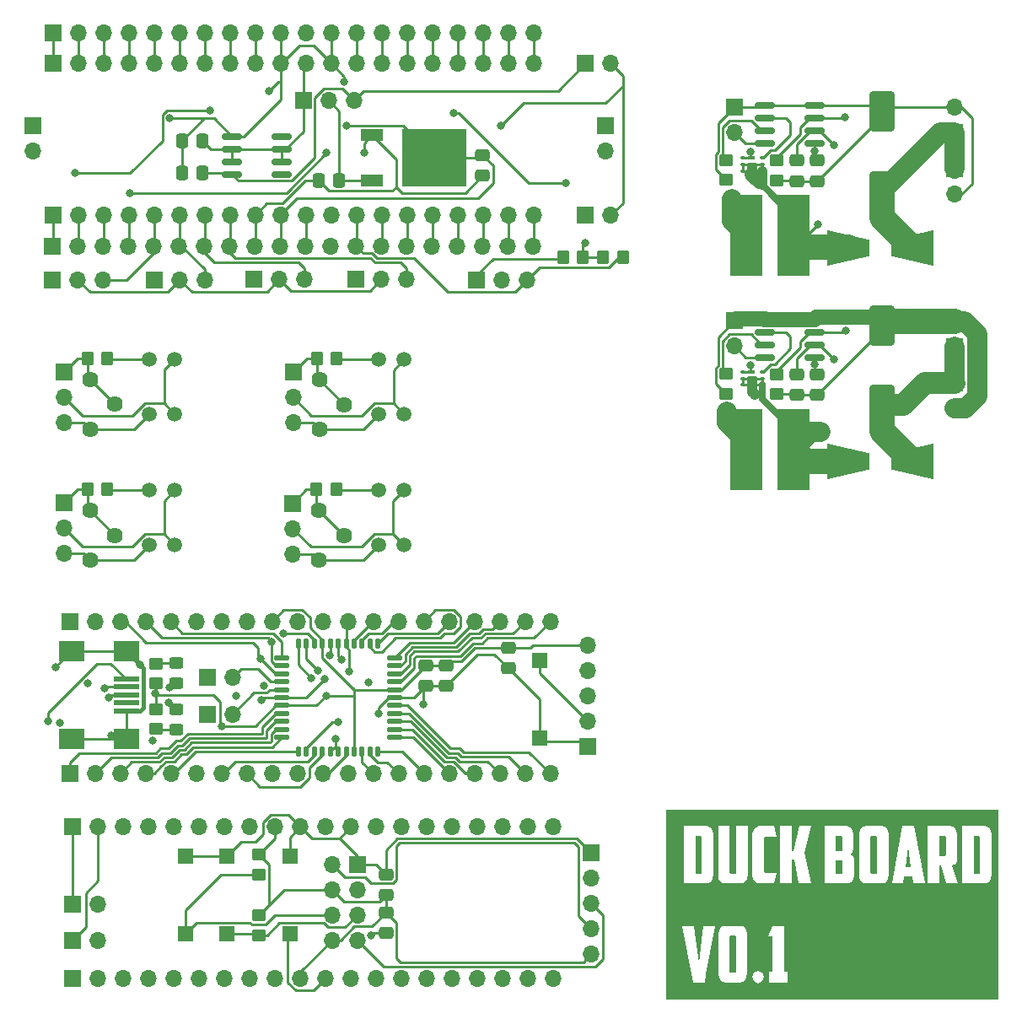
<source format=gbr>
%TF.GenerationSoftware,KiCad,Pcbnew,6.0.7+dfsg-1~bpo11+1*%
%TF.CreationDate,2022-09-15T22:54:34-04:00*%
%TF.ProjectId,COMPLETE_PCB,434f4d50-4c45-4544-955f-5043422e6b69,rev?*%
%TF.SameCoordinates,Original*%
%TF.FileFunction,Copper,L1,Top*%
%TF.FilePolarity,Positive*%
%FSLAX46Y46*%
G04 Gerber Fmt 4.6, Leading zero omitted, Abs format (unit mm)*
G04 Created by KiCad (PCBNEW 6.0.7+dfsg-1~bpo11+1) date 2022-09-15 22:54:34*
%MOMM*%
%LPD*%
G01*
G04 APERTURE LIST*
G04 Aperture macros list*
%AMRoundRect*
0 Rectangle with rounded corners*
0 $1 Rounding radius*
0 $2 $3 $4 $5 $6 $7 $8 $9 X,Y pos of 4 corners*
0 Add a 4 corners polygon primitive as box body*
4,1,4,$2,$3,$4,$5,$6,$7,$8,$9,$2,$3,0*
0 Add four circle primitives for the rounded corners*
1,1,$1+$1,$2,$3*
1,1,$1+$1,$4,$5*
1,1,$1+$1,$6,$7*
1,1,$1+$1,$8,$9*
0 Add four rect primitives between the rounded corners*
20,1,$1+$1,$2,$3,$4,$5,0*
20,1,$1+$1,$4,$5,$6,$7,0*
20,1,$1+$1,$6,$7,$8,$9,0*
20,1,$1+$1,$8,$9,$2,$3,0*%
%AMOutline4P*
0 Free polygon, 4 corners , with rotation*
0 The origin of the aperture is its center*
0 number of corners: always 4*
0 $1 to $8 corner X, Y*
0 $9 Rotation angle, in degrees counterclockwise*
0 create outline with 4 corners*
4,1,4,$1,$2,$3,$4,$5,$6,$7,$8,$1,$2,$9*%
G04 Aperture macros list end*
%TA.AperFunction,ComponentPad*%
%ADD10O,1.700000X1.700000*%
%TD*%
%TA.AperFunction,ComponentPad*%
%ADD11R,1.700000X1.700000*%
%TD*%
%TA.AperFunction,SMDPad,CuDef*%
%ADD12R,1.500000X1.500000*%
%TD*%
%TA.AperFunction,SMDPad,CuDef*%
%ADD13RoundRect,0.250000X-0.450000X0.325000X-0.450000X-0.325000X0.450000X-0.325000X0.450000X0.325000X0*%
%TD*%
%TA.AperFunction,SMDPad,CuDef*%
%ADD14RoundRect,0.250000X-0.475000X0.337500X-0.475000X-0.337500X0.475000X-0.337500X0.475000X0.337500X0*%
%TD*%
%TA.AperFunction,SMDPad,CuDef*%
%ADD15RoundRect,0.250000X-0.450000X0.350000X-0.450000X-0.350000X0.450000X-0.350000X0.450000X0.350000X0*%
%TD*%
%TA.AperFunction,SMDPad,CuDef*%
%ADD16RoundRect,0.250000X0.475000X-0.337500X0.475000X0.337500X-0.475000X0.337500X-0.475000X-0.337500X0*%
%TD*%
%TA.AperFunction,SMDPad,CuDef*%
%ADD17RoundRect,0.137500X0.137500X-0.362500X0.137500X0.362500X-0.137500X0.362500X-0.137500X-0.362500X0*%
%TD*%
%TA.AperFunction,SMDPad,CuDef*%
%ADD18RoundRect,0.137500X0.600000X-0.137500X0.600000X0.137500X-0.600000X0.137500X-0.600000X-0.137500X0*%
%TD*%
%TA.AperFunction,SMDPad,CuDef*%
%ADD19RoundRect,0.250000X0.450000X-0.350000X0.450000X0.350000X-0.450000X0.350000X-0.450000X-0.350000X0*%
%TD*%
%TA.AperFunction,SMDPad,CuDef*%
%ADD20RoundRect,0.250000X0.450000X-0.325000X0.450000X0.325000X-0.450000X0.325000X-0.450000X-0.325000X0*%
%TD*%
%TA.AperFunction,SMDPad,CuDef*%
%ADD21R,2.500000X0.500000*%
%TD*%
%TA.AperFunction,SMDPad,CuDef*%
%ADD22R,2.500000X2.000000*%
%TD*%
%TA.AperFunction,SMDPad,CuDef*%
%ADD23R,2.200000X1.200000*%
%TD*%
%TA.AperFunction,SMDPad,CuDef*%
%ADD24R,6.400000X5.800000*%
%TD*%
%TA.AperFunction,SMDPad,CuDef*%
%ADD25RoundRect,0.250000X0.337500X0.475000X-0.337500X0.475000X-0.337500X-0.475000X0.337500X-0.475000X0*%
%TD*%
%TA.AperFunction,ComponentPad*%
%ADD26C,1.500000*%
%TD*%
%TA.AperFunction,ComponentPad*%
%ADD27C,1.620000*%
%TD*%
%TA.AperFunction,SMDPad,CuDef*%
%ADD28RoundRect,0.250000X-0.350000X-0.450000X0.350000X-0.450000X0.350000X0.450000X-0.350000X0.450000X0*%
%TD*%
%TA.AperFunction,SMDPad,CuDef*%
%ADD29RoundRect,0.250000X0.350000X0.450000X-0.350000X0.450000X-0.350000X-0.450000X0.350000X-0.450000X0*%
%TD*%
%TA.AperFunction,SMDPad,CuDef*%
%ADD30RoundRect,0.150000X-0.825000X-0.150000X0.825000X-0.150000X0.825000X0.150000X-0.825000X0.150000X0*%
%TD*%
%TA.AperFunction,SMDPad,CuDef*%
%ADD31RoundRect,0.050100X0.174900X0.099900X-0.174900X0.099900X-0.174900X-0.099900X0.174900X-0.099900X0*%
%TD*%
%TA.AperFunction,SMDPad,CuDef*%
%ADD32RoundRect,0.050100X0.324900X0.099900X-0.324900X0.099900X-0.324900X-0.099900X0.324900X-0.099900X0*%
%TD*%
%TA.AperFunction,SMDPad,CuDef*%
%ADD33RoundRect,0.050350X0.449650X0.424650X-0.449650X0.424650X-0.449650X-0.424650X0.449650X-0.424650X0*%
%TD*%
%TA.AperFunction,SMDPad,CuDef*%
%ADD34RoundRect,0.150000X0.825000X0.150000X-0.825000X0.150000X-0.825000X-0.150000X0.825000X-0.150000X0*%
%TD*%
%TA.AperFunction,SMDPad,CuDef*%
%ADD35R,3.300000X8.200000*%
%TD*%
%TA.AperFunction,SMDPad,CuDef*%
%ADD36RoundRect,0.250000X1.000000X-1.750000X1.000000X1.750000X-1.000000X1.750000X-1.000000X-1.750000X0*%
%TD*%
%TA.AperFunction,SMDPad,CuDef*%
%ADD37Outline4P,-2.150000X-1.800000X2.150000X-0.800000X2.150000X0.800000X-2.150000X1.800000X180.000000*%
%TD*%
%TA.AperFunction,SMDPad,CuDef*%
%ADD38Outline4P,-2.150000X-1.800000X2.150000X-0.800000X2.150000X0.800000X-2.150000X1.800000X0.000000*%
%TD*%
%TA.AperFunction,ViaPad*%
%ADD39C,0.800000*%
%TD*%
%TA.AperFunction,Conductor*%
%ADD40C,0.250000*%
%TD*%
%TA.AperFunction,Conductor*%
%ADD41C,0.400000*%
%TD*%
%TA.AperFunction,Conductor*%
%ADD42C,1.500000*%
%TD*%
%TA.AperFunction,Conductor*%
%ADD43C,2.500000*%
%TD*%
%TA.AperFunction,Conductor*%
%ADD44C,2.000000*%
%TD*%
%TA.AperFunction,Conductor*%
%ADD45C,1.000000*%
%TD*%
%TA.AperFunction,Conductor*%
%ADD46C,0.690000*%
%TD*%
%TA.AperFunction,Conductor*%
%ADD47C,2.200000*%
%TD*%
G04 APERTURE END LIST*
%TO.C,kibuzzard-6323E44E*%
G36*
X90288018Y-101678972D02*
G01*
X123631982Y-101678972D01*
X123631982Y-120741028D01*
X90288018Y-120741028D01*
X90288018Y-113339537D01*
X91941663Y-113339537D01*
X92989570Y-119009180D01*
X94170420Y-119009180D01*
X94314959Y-118227161D01*
X95531134Y-118227161D01*
X95718819Y-118786305D01*
X95957335Y-118953461D01*
X96297513Y-119009180D01*
X97689508Y-119009180D01*
X98029687Y-118953461D01*
X98268203Y-118786305D01*
X98369264Y-118485227D01*
X98925099Y-118485227D01*
X99104964Y-118911428D01*
X99535075Y-119087382D01*
X99965186Y-118911428D01*
X100145050Y-118485227D01*
X99965186Y-118055116D01*
X99864462Y-118012995D01*
X99535075Y-117875252D01*
X99104964Y-118055116D01*
X98925099Y-118485227D01*
X98369264Y-118485227D01*
X98455888Y-118227161D01*
X98455888Y-114395264D01*
X100512599Y-114395264D01*
X100981811Y-114395264D01*
X100981811Y-117953454D01*
X100614262Y-117953454D01*
X100614262Y-119009180D01*
X102530210Y-119009180D01*
X102530210Y-117953454D01*
X102147021Y-117953454D01*
X102147021Y-113339537D01*
X100934890Y-113339537D01*
X100512599Y-114395264D01*
X98455888Y-114395264D01*
X98455888Y-114121557D01*
X98268203Y-113562413D01*
X98029687Y-113395256D01*
X97689508Y-113339537D01*
X96297513Y-113339537D01*
X95957335Y-113395256D01*
X95718819Y-113562413D01*
X95531134Y-114121557D01*
X95531134Y-118227161D01*
X94314959Y-118227161D01*
X95218326Y-113339537D01*
X94068757Y-113339537D01*
X93967095Y-114051175D01*
X93576085Y-116999390D01*
X93192895Y-114066816D01*
X93091232Y-113339537D01*
X91941663Y-113339537D01*
X90288018Y-113339537D01*
X90288018Y-109087305D01*
X92101587Y-109087305D01*
X94141524Y-109087305D01*
X94566180Y-109035712D01*
X94840024Y-108880930D01*
X94988852Y-108607087D01*
X95038462Y-108198305D01*
X95514712Y-108198305D01*
X95564321Y-108607087D01*
X95713149Y-108880930D01*
X95986993Y-109035712D01*
X96411649Y-109087305D01*
X97594337Y-109087305D01*
X98018993Y-109035712D01*
X98292837Y-108880930D01*
X98441665Y-108607087D01*
X98491274Y-108198305D01*
X98967524Y-108198305D01*
X99017133Y-108607087D01*
X99165962Y-108880930D01*
X99439805Y-109035712D01*
X99864462Y-109087305D01*
X101150337Y-109087305D01*
X101753587Y-109087305D01*
X102928337Y-109087305D01*
X102928337Y-106713993D01*
X103158524Y-106713993D01*
X103610962Y-109087305D01*
X104873024Y-109087305D01*
X106190649Y-109087305D01*
X108278212Y-109087305D01*
X108702868Y-109035712D01*
X108976712Y-108880930D01*
X109125540Y-108607087D01*
X109166479Y-108269743D01*
X109651399Y-108269743D01*
X109691087Y-108583274D01*
X109826024Y-108841243D01*
X110080024Y-109019837D01*
X110476899Y-109087305D01*
X111810399Y-109087305D01*
X112953399Y-109087305D01*
X114112274Y-109087305D01*
X114215462Y-108372930D01*
X115001274Y-108372930D01*
X115104462Y-109087305D01*
X116263337Y-109087305D01*
X116580837Y-109087305D01*
X117731774Y-109087305D01*
X117731774Y-107253743D01*
X117882587Y-107253743D01*
X118438212Y-109087305D01*
X119628837Y-109087305D01*
X120033649Y-109087305D01*
X122073587Y-109087305D01*
X122498243Y-109035712D01*
X122772087Y-108880930D01*
X122920915Y-108607087D01*
X122970524Y-108198305D01*
X122970524Y-104031118D01*
X122799868Y-103523118D01*
X122287899Y-103332618D01*
X120033649Y-103332618D01*
X120033649Y-109087305D01*
X119628837Y-109087305D01*
X119025587Y-107253743D01*
X119410555Y-107094993D01*
X119541524Y-106745743D01*
X119541524Y-104078743D01*
X119354993Y-103535024D01*
X119113891Y-103383219D01*
X118763649Y-103332618D01*
X116580837Y-103332618D01*
X116580837Y-109087305D01*
X116263337Y-109087305D01*
X115223524Y-103332618D01*
X113993212Y-103332618D01*
X112953399Y-109087305D01*
X111810399Y-109087305D01*
X112207274Y-109019837D01*
X112461274Y-108841243D01*
X112596212Y-108583274D01*
X112635899Y-108269743D01*
X112635899Y-104078743D01*
X112449368Y-103535024D01*
X112208266Y-103383219D01*
X111858024Y-103332618D01*
X110429274Y-103332618D01*
X110079032Y-103383219D01*
X109837930Y-103535024D01*
X109651399Y-104078743D01*
X109651399Y-108269743D01*
X109166479Y-108269743D01*
X109175149Y-108198305D01*
X109175149Y-106706055D01*
X109067993Y-106364743D01*
X108722712Y-106198055D01*
X109036243Y-105979774D01*
X109119587Y-105610680D01*
X109119587Y-104031118D01*
X108948930Y-103523118D01*
X108436962Y-103332618D01*
X106190649Y-103332618D01*
X106190649Y-109087305D01*
X104873024Y-109087305D01*
X104190399Y-105983743D01*
X104880962Y-103332618D01*
X103690337Y-103332618D01*
X103102962Y-105801180D01*
X102928337Y-105801180D01*
X102928337Y-103332618D01*
X101753587Y-103332618D01*
X101753587Y-109087305D01*
X101150337Y-109087305D01*
X101356712Y-108015743D01*
X100253399Y-108015743D01*
X100150212Y-107904618D01*
X100150212Y-104515305D01*
X100253399Y-104404180D01*
X101356712Y-104404180D01*
X101158274Y-103332618D01*
X99642212Y-103332618D01*
X99161993Y-103515180D01*
X98967524Y-104039055D01*
X98967524Y-108198305D01*
X98491274Y-108198305D01*
X98491274Y-103332618D01*
X97316524Y-103332618D01*
X97316524Y-107952243D01*
X97296680Y-108047493D01*
X97205399Y-108079243D01*
X96800587Y-108079243D01*
X96709305Y-108047493D01*
X96689462Y-107952243D01*
X96689462Y-103332618D01*
X95514712Y-103332618D01*
X95514712Y-108198305D01*
X95038462Y-108198305D01*
X95038462Y-104031118D01*
X94867805Y-103523118D01*
X94355837Y-103332618D01*
X92101587Y-103332618D01*
X92101587Y-109087305D01*
X90288018Y-109087305D01*
X90288018Y-101678972D01*
G37*
G36*
X111469087Y-104451805D02*
G01*
X111469087Y-107960180D01*
X111449243Y-108051462D01*
X111357962Y-108079243D01*
X110921399Y-108079243D01*
X110830118Y-108051462D01*
X110810274Y-107960180D01*
X110810274Y-104451805D01*
X110913462Y-104340680D01*
X111365899Y-104340680D01*
X111469087Y-104451805D01*
G37*
G36*
X121827524Y-104451805D02*
G01*
X121827524Y-107960180D01*
X121807680Y-108051462D01*
X121716399Y-108079243D01*
X121176649Y-108079243D01*
X121176649Y-104340680D01*
X121724337Y-104340680D01*
X121827524Y-104451805D01*
G37*
G36*
X93895462Y-104451805D02*
G01*
X93895462Y-107960180D01*
X93875618Y-108051462D01*
X93784337Y-108079243D01*
X93244587Y-108079243D01*
X93244587Y-104340680D01*
X93792274Y-104340680D01*
X93895462Y-104451805D01*
G37*
G36*
X97306319Y-114442185D02*
G01*
X97306319Y-117898712D01*
X97286768Y-117988645D01*
X97196836Y-118016015D01*
X96782365Y-118016015D01*
X96692433Y-117988645D01*
X96672883Y-117898712D01*
X96672883Y-114442185D01*
X96774545Y-114332702D01*
X97204656Y-114332702D01*
X97306319Y-114442185D01*
G37*
G36*
X114874274Y-107460118D02*
G01*
X114342462Y-107460118D01*
X114612337Y-105420180D01*
X114874274Y-107460118D01*
G37*
G36*
X118406462Y-104459743D02*
G01*
X118406462Y-106205993D01*
X118295337Y-106325055D01*
X117731774Y-106325055D01*
X117731774Y-104340680D01*
X118295337Y-104340680D01*
X118406462Y-104459743D01*
G37*
G36*
X108016274Y-104451805D02*
G01*
X108016274Y-105697993D01*
X107976587Y-105813087D01*
X107873399Y-105848805D01*
X107333649Y-105848805D01*
X107333649Y-104340680D01*
X107913087Y-104340680D01*
X108016274Y-104451805D01*
G37*
G36*
X107984524Y-106757649D02*
G01*
X108032149Y-106888618D01*
X108032149Y-107960180D01*
X108008337Y-108051462D01*
X107913087Y-108079243D01*
X107333649Y-108079243D01*
X107333649Y-106721930D01*
X107857524Y-106721930D01*
X107984524Y-106757649D01*
G37*
%TD*%
D10*
%TO.P,J7,20,Pin_20*%
%TO.N,unconnected-(J7-Pad20)*%
X78991800Y-103373499D03*
%TO.P,J7,19,Pin_19*%
%TO.N,unconnected-(J7-Pad19)*%
X76451800Y-103373499D03*
%TO.P,J7,18,Pin_18*%
%TO.N,unconnected-(J7-Pad18)*%
X73911800Y-103373499D03*
%TO.P,J7,17,Pin_17*%
%TO.N,unconnected-(J7-Pad17)*%
X71371800Y-103373499D03*
%TO.P,J7,16,Pin_16*%
%TO.N,unconnected-(J7-Pad16)*%
X68831800Y-103373499D03*
%TO.P,J7,15,Pin_15*%
%TO.N,unconnected-(J7-Pad15)*%
X66291800Y-103373499D03*
%TO.P,J7,14,Pin_14*%
%TO.N,unconnected-(J7-Pad14)*%
X63751800Y-103373499D03*
%TO.P,J7,13,Pin_13*%
%TO.N,unconnected-(J7-Pad13)*%
X61211800Y-103373499D03*
%TO.P,J7,12,Pin_12*%
%TO.N,GND*%
X58671800Y-103373499D03*
%TO.P,J7,11,Pin_11*%
%TO.N,/ESP-01/5V*%
X56131800Y-103373499D03*
%TO.P,J7,10,Pin_10*%
%TO.N,GND*%
X53591800Y-103373499D03*
%TO.P,J7,9,Pin_9*%
%TO.N,/ESP-01/3V3*%
X51051800Y-103373499D03*
%TO.P,J7,8,Pin_8*%
%TO.N,unconnected-(J7-Pad8)*%
X48511800Y-103373499D03*
%TO.P,J7,7,Pin_7*%
%TO.N,unconnected-(J7-Pad7)*%
X45971800Y-103373499D03*
%TO.P,J7,6,Pin_6*%
%TO.N,unconnected-(J7-Pad6)*%
X43431800Y-103373499D03*
%TO.P,J7,5,Pin_5*%
%TO.N,unconnected-(J7-Pad5)*%
X40891800Y-103373499D03*
%TO.P,J7,4,Pin_4*%
%TO.N,unconnected-(J7-Pad4)*%
X38351800Y-103373499D03*
%TO.P,J7,3,Pin_3*%
%TO.N,unconnected-(J7-Pad3)*%
X35811800Y-103373499D03*
%TO.P,J7,2,Pin_2*%
%TO.N,/ESP-01/FT232_TX*%
X33271800Y-103373499D03*
D11*
%TO.P,J7,1,Pin_1*%
%TO.N,/ESP-01/FT232_RX*%
X30731800Y-103373499D03*
%TD*%
D10*
%TO.P,J4,20,Pin_20*%
%TO.N,/ESP-01/P15_ESP-RX*%
X78991800Y-118613499D03*
%TO.P,J4,19,Pin_19*%
%TO.N,/ESP-01/P14_ESP-TX*%
X76451800Y-118613499D03*
%TO.P,J4,18,Pin_18*%
%TO.N,unconnected-(J4-Pad18)*%
X73911800Y-118613499D03*
%TO.P,J4,17,Pin_17*%
%TO.N,unconnected-(J4-Pad17)*%
X71371800Y-118613499D03*
%TO.P,J4,16,Pin_16*%
%TO.N,unconnected-(J4-Pad16)*%
X68831800Y-118613499D03*
%TO.P,J4,15,Pin_15*%
%TO.N,unconnected-(J4-Pad15)*%
X66291800Y-118613499D03*
%TO.P,J4,14,Pin_14*%
%TO.N,unconnected-(J4-Pad14)*%
X63751800Y-118613499D03*
%TO.P,J4,13,Pin_13*%
%TO.N,unconnected-(J4-Pad13)*%
X61211800Y-118613499D03*
%TO.P,J4,12,Pin_12*%
%TO.N,unconnected-(J4-Pad12)*%
X58671800Y-118613499D03*
%TO.P,J4,11,Pin_11*%
%TO.N,/ESP-01/Reset*%
X56131800Y-118613499D03*
%TO.P,J4,10,Pin_10*%
%TO.N,/ESP-01/3V3*%
X53591800Y-118613499D03*
%TO.P,J4,9,Pin_9*%
%TO.N,GND*%
X51051800Y-118613499D03*
%TO.P,J4,8,Pin_8*%
%TO.N,unconnected-(J4-Pad8)*%
X48511800Y-118613499D03*
%TO.P,J4,7,Pin_7*%
%TO.N,unconnected-(J4-Pad7)*%
X45971800Y-118613499D03*
%TO.P,J4,6,Pin_6*%
%TO.N,unconnected-(J4-Pad6)*%
X43431800Y-118613499D03*
%TO.P,J4,5,Pin_5*%
%TO.N,unconnected-(J4-Pad5)*%
X40891800Y-118613499D03*
%TO.P,J4,4,Pin_4*%
%TO.N,unconnected-(J4-Pad4)*%
X38351800Y-118613499D03*
%TO.P,J4,3,Pin_3*%
%TO.N,unconnected-(J4-Pad3)*%
X35811800Y-118613499D03*
%TO.P,J4,2,Pin_2*%
%TO.N,unconnected-(J4-Pad2)*%
X33271800Y-118613499D03*
D11*
%TO.P,J4,1,Pin_1*%
%TO.N,unconnected-(J4-Pad1)*%
X30731800Y-118613499D03*
%TD*%
D10*
%TO.P,J3,20,Pin_20*%
%TO.N,/Propeller/P15_ESP-RX*%
X78661200Y-98044099D03*
%TO.P,J3,19,Pin_19*%
%TO.N,/Propeller/P14_ESP-TX*%
X76121200Y-98044099D03*
%TO.P,J3,18,Pin_18*%
%TO.N,/Propeller/P13*%
X73581200Y-98044099D03*
%TO.P,J3,17,Pin_17*%
%TO.N,/Propeller/P12*%
X71041200Y-98044099D03*
%TO.P,J3,16,Pin_16*%
%TO.N,/Propeller/P11*%
X68501200Y-98044099D03*
%TO.P,J3,15,Pin_15*%
%TO.N,/Propeller/P10*%
X65961200Y-98044099D03*
%TO.P,J3,14,Pin_14*%
%TO.N,/Propeller/P9*%
X63421200Y-98044099D03*
%TO.P,J3,13,Pin_13*%
%TO.N,/Propeller/P8*%
X60881200Y-98044099D03*
%TO.P,J3,12,Pin_12*%
%TO.N,/Propeller/7-12V*%
X58341200Y-98044099D03*
%TO.P,J3,11,Pin_11*%
%TO.N,/Propeller/Reset*%
X55801200Y-98044099D03*
%TO.P,J3,10,Pin_10*%
%TO.N,/Propeller/3V3*%
X53261200Y-98044099D03*
%TO.P,J3,9,Pin_9*%
%TO.N,GND*%
X50721200Y-98044099D03*
%TO.P,J3,8,Pin_8*%
%TO.N,/Propeller/P7*%
X48181200Y-98044099D03*
%TO.P,J3,7,Pin_7*%
%TO.N,/Propeller/P6*%
X45641200Y-98044099D03*
%TO.P,J3,6,Pin_6*%
%TO.N,/Propeller/P5*%
X43101200Y-98044099D03*
%TO.P,J3,5,Pin_5*%
%TO.N,/Propeller/P4*%
X40561200Y-98044099D03*
%TO.P,J3,4,Pin_4*%
%TO.N,/Propeller/P3*%
X38021200Y-98044099D03*
%TO.P,J3,3,Pin_3*%
%TO.N,/Propeller/P2*%
X35481200Y-98044099D03*
%TO.P,J3,2,Pin_2*%
%TO.N,/Propeller/P1*%
X32941200Y-98044099D03*
D11*
%TO.P,J3,1,Pin_1*%
%TO.N,/Propeller/P0*%
X30401200Y-98044099D03*
%TD*%
D12*
%TO.P,SW2,2,2*%
%TO.N,GND*%
X46225600Y-106344299D03*
%TO.P,SW2,1,1*%
%TO.N,/ESP-01/P15_ESP-RX*%
X46225600Y-114144299D03*
%TD*%
D13*
%TO.P,D4,1,K*%
%TO.N,Net-(D4-Pad1)*%
X41117400Y-91570899D03*
%TO.P,D4,2,A*%
%TO.N,Net-(D4-Pad2)*%
X41117400Y-93620899D03*
%TD*%
D14*
%TO.P,C6,1*%
%TO.N,/Propeller/3V3*%
X74471200Y-85416599D03*
%TO.P,C6,2*%
%TO.N,GND*%
X74471200Y-87491599D03*
%TD*%
%TO.P,C1,1*%
%TO.N,/Propeller/3V3*%
X66161200Y-87176599D03*
%TO.P,C1,2*%
%TO.N,GND*%
X66161200Y-89251599D03*
%TD*%
D10*
%TO.P,JP4,2,B*%
%TO.N,/ESP-01/ESP_TX*%
X33241200Y-111133299D03*
D11*
%TO.P,JP4,1,A*%
%TO.N,/ESP-01/FT232_RX*%
X30701200Y-111133299D03*
%TD*%
D10*
%TO.P,JP3,2,B*%
%TO.N,/ESP-01/ESP_RX*%
X33241200Y-114818099D03*
D11*
%TO.P,JP3,1,A*%
%TO.N,/ESP-01/FT232_TX*%
X30701200Y-114818099D03*
%TD*%
D15*
%TO.P,R6,2*%
%TO.N,Net-(J2-Pad6)*%
X49400600Y-108196299D03*
%TO.P,R6,1*%
%TO.N,/ESP-01/3V3*%
X49400600Y-106196299D03*
%TD*%
D16*
%TO.P,C11,2*%
%TO.N,GND*%
X62151400Y-108165399D03*
%TO.P,C11,1*%
%TO.N,/ESP-01/3V3*%
X62151400Y-110240399D03*
%TD*%
D11*
%TO.P,JP2,1,A*%
%TO.N,/Propeller/FT232_RX*%
X44211200Y-88430299D03*
D10*
%TO.P,JP2,2,B*%
%TO.N,/Propeller/P30_TX*%
X46751200Y-88430299D03*
%TD*%
D11*
%TO.P,JP1,1,A*%
%TO.N,/Propeller/FT232_TX*%
X44216200Y-92087899D03*
D10*
%TO.P,JP1,2,B*%
%TO.N,/Propeller/P31_RX*%
X46756200Y-92087899D03*
%TD*%
D17*
%TO.P,U1,1,P4*%
%TO.N,/Propeller/P4*%
X53374600Y-95845699D03*
%TO.P,U1,2,P5*%
%TO.N,/Propeller/P5*%
X54174600Y-95845699D03*
%TO.P,U1,3,P6*%
%TO.N,/Propeller/P6*%
X54974600Y-95845699D03*
%TO.P,U1,4,P7*%
%TO.N,/Propeller/P7*%
X55774600Y-95845699D03*
%TO.P,U1,5,VSS*%
%TO.N,GND*%
X56574600Y-95845699D03*
%TO.P,U1,6,~{BOE}*%
X57374600Y-95845699D03*
%TO.P,U1,7,~{RES}*%
%TO.N,/Propeller/Reset*%
X58174600Y-95845699D03*
%TO.P,U1,8,VDD*%
%TO.N,/Propeller/3V3*%
X58974600Y-95845699D03*
%TO.P,U1,9,P8*%
%TO.N,/Propeller/P8*%
X59774600Y-95845699D03*
%TO.P,U1,10,P9*%
%TO.N,/Propeller/P9*%
X60574600Y-95845699D03*
%TO.P,U1,11,P10*%
%TO.N,/Propeller/P10*%
X61374600Y-95845699D03*
D18*
%TO.P,U1,12,P11*%
%TO.N,/Propeller/P11*%
X63037100Y-94424099D03*
%TO.P,U1,13,P12*%
%TO.N,/Propeller/P12*%
X63037100Y-93624099D03*
%TO.P,U1,14,P13*%
%TO.N,/Propeller/P13*%
X63037100Y-92824099D03*
%TO.P,U1,15,P14*%
%TO.N,/Propeller/P14_ESP-TX*%
X63037100Y-92024099D03*
%TO.P,U1,16,P15*%
%TO.N,/Propeller/P15_ESP-RX*%
X63037100Y-91224099D03*
%TO.P,U1,17,VSS*%
%TO.N,GND*%
X63037100Y-90424099D03*
%TO.P,U1,18,VDD*%
%TO.N,/Propeller/3V3*%
X63037100Y-89624099D03*
%TO.P,U1,19,P16*%
%TO.N,/Propeller/P16*%
X63037100Y-88824099D03*
%TO.P,U1,20,P17*%
%TO.N,/Propeller/P17*%
X63037100Y-88024099D03*
%TO.P,U1,21,P18*%
%TO.N,/Propeller/P18*%
X63037100Y-87224099D03*
%TO.P,U1,22,P19*%
%TO.N,/Propeller/P19*%
X63037100Y-86424099D03*
D17*
%TO.P,U1,23,P20*%
%TO.N,/Propeller/P20*%
X61374600Y-85002499D03*
%TO.P,U1,24,P21*%
%TO.N,/Propeller/P21*%
X60574600Y-85002499D03*
%TO.P,U1,25,P22*%
%TO.N,/Propeller/P22*%
X59774600Y-85002499D03*
%TO.P,U1,26,P23*%
%TO.N,/Propeller/P23*%
X58974600Y-85002499D03*
%TO.P,U1,27,VSS*%
%TO.N,GND*%
X58174600Y-85002499D03*
%TO.P,U1,28,XI*%
%TO.N,Net-(U1-Pad28)*%
X57374600Y-85002499D03*
%TO.P,U1,29,XO*%
%TO.N,Net-(U1-Pad29)*%
X56574600Y-85002499D03*
%TO.P,U1,30,VDD*%
%TO.N,/Propeller/3V3*%
X55774600Y-85002499D03*
%TO.P,U1,31,P24*%
%TO.N,/Propeller/P24*%
X54974600Y-85002499D03*
%TO.P,U1,32,P25*%
%TO.N,/Propeller/P25*%
X54174600Y-85002499D03*
%TO.P,U1,33,P26*%
%TO.N,/Propeller/P26*%
X53374600Y-85002499D03*
D18*
%TO.P,U1,34,P27*%
%TO.N,/Propeller/P27*%
X51712100Y-86424099D03*
%TO.P,U1,35,P28*%
%TO.N,/Propeller/P28_SCL*%
X51712100Y-87224099D03*
%TO.P,U1,36,P29*%
%TO.N,/Propeller/P29_SDA*%
X51712100Y-88024099D03*
%TO.P,U1,37,P30*%
%TO.N,/Propeller/P30_TX*%
X51712100Y-88824099D03*
%TO.P,U1,38,P31*%
%TO.N,/Propeller/P31_RX*%
X51712100Y-89624099D03*
%TO.P,U1,39,VSS*%
%TO.N,GND*%
X51712100Y-90424099D03*
%TO.P,U1,40,VDD*%
%TO.N,/Propeller/3V3*%
X51712100Y-91224099D03*
%TO.P,U1,41,P0*%
%TO.N,/Propeller/P0*%
X51712100Y-92024099D03*
%TO.P,U1,42,P1*%
%TO.N,/Propeller/P1*%
X51712100Y-92824099D03*
%TO.P,U1,43,P2*%
%TO.N,/Propeller/P2*%
X51712100Y-93624099D03*
%TO.P,U1,44,P3*%
%TO.N,/Propeller/P3*%
X51712100Y-94424099D03*
%TD*%
D11*
%TO.P,J5,1,Pin_1*%
%TO.N,GND*%
X82412000Y-95333699D03*
D10*
%TO.P,J5,2,Pin_2*%
%TO.N,/Propeller/Reset*%
X82412000Y-92793699D03*
%TO.P,J5,3,Pin_3*%
%TO.N,/Propeller/P31_RX*%
X82412000Y-90253699D03*
%TO.P,J5,4,Pin_4*%
%TO.N,/Propeller/P30_TX*%
X82412000Y-87713699D03*
%TO.P,J5,5,Pin_5*%
%TO.N,/Propeller/3V3*%
X82412000Y-85173699D03*
%TD*%
D19*
%TO.P,R10,1*%
%TO.N,Net-(D4-Pad2)*%
X39110800Y-93579899D03*
%TO.P,R10,2*%
%TO.N,/Propeller/3V3*%
X39110800Y-91579899D03*
%TD*%
D14*
%TO.P,C12,2*%
%TO.N,GND*%
X62151400Y-114075799D03*
%TO.P,C12,1*%
%TO.N,/ESP-01/3V3*%
X62151400Y-112000799D03*
%TD*%
D12*
%TO.P,SW1,1,1*%
%TO.N,GND*%
X77566400Y-94463899D03*
%TO.P,SW1,2,2*%
%TO.N,/Propeller/Reset*%
X77566400Y-86663899D03*
%TD*%
D10*
%TO.P,J2,8,Pin_8*%
%TO.N,/ESP-01/3V3*%
X56761200Y-114775499D03*
%TO.P,J2,7,Pin_7*%
%TO.N,/ESP-01/ESP_RX*%
X59301200Y-114775499D03*
%TO.P,J2,6,Pin_6*%
%TO.N,Net-(J2-Pad6)*%
X56761200Y-112235499D03*
%TO.P,J2,5,Pin_5*%
%TO.N,/ESP-01/P15_ESP-RX*%
X59301200Y-112235499D03*
%TO.P,J2,4,Pin_4*%
%TO.N,/ESP-01/3V3*%
X56761200Y-109695499D03*
%TO.P,J2,3,Pin_3*%
%TO.N,/ESP-01/P14_ESP-TX*%
X59301200Y-109695499D03*
%TO.P,J2,2,Pin_2*%
%TO.N,/ESP-01/ESP_TX*%
X56761200Y-107155499D03*
D11*
%TO.P,J2,1,Pin_1*%
%TO.N,GND*%
X59301200Y-107155499D03*
%TD*%
D10*
%TO.P,J8,5,Pin_5*%
%TO.N,/ESP-01/3V3*%
X82775800Y-116192499D03*
%TO.P,J8,4,Pin_4*%
%TO.N,/ESP-01/ESP_TX*%
X82775800Y-113652499D03*
%TO.P,J8,3,Pin_3*%
%TO.N,/ESP-01/ESP_RX*%
X82775800Y-111112499D03*
%TO.P,J8,2,Pin_2*%
%TO.N,unconnected-(J8-Pad2)*%
X82775800Y-108572499D03*
D11*
%TO.P,J8,1,Pin_1*%
%TO.N,GND*%
X82775800Y-106032499D03*
%TD*%
D20*
%TO.P,D3,1,K*%
%TO.N,Net-(D3-Pad1)*%
X41117400Y-88998099D03*
%TO.P,D3,2,A*%
%TO.N,Net-(D3-Pad2)*%
X41117400Y-86948099D03*
%TD*%
D15*
%TO.P,R5,2*%
%TO.N,/ESP-01/P15_ESP-RX*%
X49375200Y-114292299D03*
%TO.P,R5,1*%
%TO.N,/ESP-01/3V3*%
X49375200Y-112292299D03*
%TD*%
%TO.P,R9,1*%
%TO.N,Net-(D3-Pad2)*%
X39110800Y-87007899D03*
%TO.P,R9,2*%
%TO.N,/Propeller/3V3*%
X39110800Y-89007899D03*
%TD*%
D12*
%TO.P,SW3,2,2*%
%TO.N,GND*%
X42060000Y-106344299D03*
%TO.P,SW3,1,1*%
%TO.N,Net-(J2-Pad6)*%
X42060000Y-114144299D03*
%TD*%
D11*
%TO.P,J6,1,Pin_1*%
%TO.N,/Propeller/FT232_RX*%
X30401200Y-82804099D03*
D10*
%TO.P,J6,2,Pin_2*%
%TO.N,/Propeller/FT232_TX*%
X32941200Y-82804099D03*
%TO.P,J6,3,Pin_3*%
%TO.N,/Propeller/P29_SDA*%
X35481200Y-82804099D03*
%TO.P,J6,4,Pin_4*%
%TO.N,/Propeller/P28_SCL*%
X38021200Y-82804099D03*
%TO.P,J6,5,Pin_5*%
%TO.N,/Propeller/P27*%
X40561200Y-82804099D03*
%TO.P,J6,6,Pin_6*%
%TO.N,/Propeller/P26*%
X43101200Y-82804099D03*
%TO.P,J6,7,Pin_7*%
%TO.N,/Propeller/P25*%
X45641200Y-82804099D03*
%TO.P,J6,8,Pin_8*%
%TO.N,/Propeller/P24*%
X48181200Y-82804099D03*
%TO.P,J6,9,Pin_9*%
%TO.N,/Propeller/3V3*%
X50721200Y-82804099D03*
%TO.P,J6,10,Pin_10*%
%TO.N,GND*%
X53261200Y-82804099D03*
%TO.P,J6,11,Pin_11*%
%TO.N,/Propeller/5V*%
X55801200Y-82804099D03*
%TO.P,J6,12,Pin_12*%
%TO.N,GND*%
X58341200Y-82804099D03*
%TO.P,J6,13,Pin_13*%
%TO.N,/Propeller/P23*%
X60881200Y-82804099D03*
%TO.P,J6,14,Pin_14*%
%TO.N,/Propeller/P22*%
X63421200Y-82804099D03*
%TO.P,J6,15,Pin_15*%
%TO.N,/Propeller/P21*%
X65961200Y-82804099D03*
%TO.P,J6,16,Pin_16*%
%TO.N,/Propeller/P20*%
X68501200Y-82804099D03*
%TO.P,J6,17,Pin_17*%
%TO.N,/Propeller/P19*%
X71041200Y-82804099D03*
%TO.P,J6,18,Pin_18*%
%TO.N,/Propeller/P18*%
X73581200Y-82804099D03*
%TO.P,J6,19,Pin_19*%
%TO.N,/Propeller/P17*%
X76121200Y-82804099D03*
%TO.P,J6,20,Pin_20*%
%TO.N,/Propeller/P16*%
X78661200Y-82804099D03*
%TD*%
D12*
%TO.P,SW4,2,2*%
%TO.N,/ESP-01/Reset*%
X52524800Y-114144299D03*
%TO.P,SW4,1,1*%
%TO.N,GND*%
X52524800Y-106344299D03*
%TD*%
D14*
%TO.P,C8,1*%
%TO.N,/Propeller/3V3*%
X68181200Y-87176599D03*
%TO.P,C8,2*%
%TO.N,GND*%
X68181200Y-89251599D03*
%TD*%
D21*
%TO.P,J1,1,VBUS*%
%TO.N,Net-(D1-Pad2)*%
X36097400Y-88553899D03*
%TO.P,J1,2,D-*%
%TO.N,Net-(J1-Pad2)*%
X36097400Y-89353899D03*
%TO.P,J1,3,D+*%
%TO.N,Net-(J1-Pad3)*%
X36097400Y-90153899D03*
%TO.P,J1,4,ID*%
%TO.N,unconnected-(J1-Pad4)*%
X36097400Y-90953899D03*
%TO.P,J1,5,GND*%
%TO.N,GND*%
X36097400Y-91753899D03*
D22*
%TO.P,J1,6,Shield*%
X36097400Y-85753899D03*
X36097400Y-94553899D03*
X30597400Y-94553899D03*
X30597400Y-85753899D03*
%TD*%
D23*
%TO.P,U4,1,GND*%
%TO.N,GND*%
X60760000Y-33980000D03*
D24*
%TO.P,U4,2,VO*%
%TO.N,3.3V*%
X67060000Y-36260000D03*
D23*
%TO.P,U4,3,VI*%
%TO.N,Net-(C9-Pad1)*%
X60760000Y-38540000D03*
%TD*%
D25*
%TO.P,C5,1*%
%TO.N,/Carte Mere/9V*%
X43747500Y-37760000D03*
%TO.P,C5,2*%
%TO.N,GND*%
X41672500Y-37760000D03*
%TD*%
D11*
%TO.P,J3,1,Pin_1*%
%TO.N,Net-(C4-Pad1)*%
X26710000Y-32985000D03*
D10*
%TO.P,J3,2,Pin_2*%
%TO.N,Net-(C3-Pad1)*%
X26710000Y-35525000D03*
%TD*%
D26*
%TO.P,U7,A*%
%TO.N,Net-(R5-Pad2)*%
X38430000Y-69600000D03*
%TO.P,U7,CATH*%
%TO.N,GND*%
X40970000Y-69600000D03*
%TO.P,U7,COLL*%
%TO.N,/Capteur/A2*%
X38430000Y-75100000D03*
%TO.P,U7,E*%
%TO.N,GND*%
X40970000Y-75100000D03*
%TD*%
D27*
%TO.P,RV4,1,1*%
%TO.N,3.3V*%
X55460000Y-71660000D03*
%TO.P,RV4,2,2*%
X57960000Y-74160000D03*
%TO.P,RV4,3,3*%
%TO.N,/Capteur/A3*%
X55460000Y-76660000D03*
%TD*%
D11*
%TO.P,J7,1,Pin_1*%
%TO.N,3.3V*%
X29830000Y-57740000D03*
D10*
%TO.P,J7,2,Pin_2*%
%TO.N,GND*%
X29830000Y-60280000D03*
%TO.P,J7,3,Pin_3*%
%TO.N,/Capteur/A0*%
X29830000Y-62820000D03*
%TD*%
D28*
%TO.P,R3,1*%
%TO.N,3.3V*%
X32210000Y-56380000D03*
%TO.P,R3,2*%
%TO.N,Net-(R3-Pad2)*%
X34210000Y-56380000D03*
%TD*%
%TO.P,R5,1*%
%TO.N,3.3V*%
X32210000Y-69540000D03*
%TO.P,R5,2*%
%TO.N,Net-(R5-Pad2)*%
X34210000Y-69540000D03*
%TD*%
D11*
%TO.P,J9,1,Pin_1*%
%TO.N,Net-(J9-Pad1)*%
X71290000Y-48500000D03*
D10*
%TO.P,J9,2,Pin_2*%
%TO.N,GND*%
X73830000Y-48500000D03*
%TO.P,J9,3,Pin_3*%
%TO.N,P8*%
X76370000Y-48500000D03*
%TD*%
D11*
%TO.P,J15,1,Pin_1*%
%TO.N,/Carte Mere/P0*%
X28700000Y-45090000D03*
D10*
%TO.P,J15,2,Pin_2*%
%TO.N,/Carte Mere/P1*%
X31240000Y-45090000D03*
%TO.P,J15,3,Pin_3*%
%TO.N,/Carte Mere/P2*%
X33780000Y-45090000D03*
%TO.P,J15,4,Pin_4*%
%TO.N,/Carte Mere/P3*%
X36320000Y-45090000D03*
%TO.P,J15,5,Pin_5*%
%TO.N,/Carte Mere/P4*%
X38860000Y-45090000D03*
%TO.P,J15,6,Pin_6*%
%TO.N,/Carte Mere/P5*%
X41400000Y-45090000D03*
%TO.P,J15,7,Pin_7*%
%TO.N,/Carte Mere/P6*%
X43940000Y-45090000D03*
%TO.P,J15,8,Pin_8*%
%TO.N,/Carte Mere/P7*%
X46480000Y-45090000D03*
%TO.P,J15,9,Pin_9*%
%TO.N,GND*%
X49020000Y-45090000D03*
%TO.P,J15,10,Pin_10*%
%TO.N,3.3V*%
X51560000Y-45090000D03*
%TO.P,J15,11,Pin_11*%
%TO.N,/Carte Mere/RESET*%
X54100000Y-45090000D03*
%TO.P,J15,12,Pin_12*%
%TO.N,unconnected-(J15-Pad12)*%
X56640000Y-45090000D03*
%TO.P,J15,13,Pin_13*%
%TO.N,P8*%
X59180000Y-45090000D03*
%TO.P,J15,14,Pin_14*%
%TO.N,/Carte Mere/P9*%
X61720000Y-45090000D03*
%TO.P,J15,15,Pin_15*%
%TO.N,/Carte Mere/P10*%
X64260000Y-45090000D03*
%TO.P,J15,16,Pin_16*%
%TO.N,/Carte Mere/P11*%
X66800000Y-45090000D03*
%TO.P,J15,17,Pin_17*%
%TO.N,/Carte Mere/P12*%
X69340000Y-45090000D03*
%TO.P,J15,18,Pin_18*%
%TO.N,/Carte Mere/P13*%
X71880000Y-45090000D03*
%TO.P,J15,19,Pin_19*%
%TO.N,/Carte Mere/P14*%
X74420000Y-45090000D03*
%TO.P,J15,20,Pin_20*%
%TO.N,/Carte Mere/P15*%
X76960000Y-45090000D03*
%TD*%
D11*
%TO.P,J17,1,Pin_1*%
%TO.N,3.3V*%
X59185000Y-48470000D03*
D10*
%TO.P,J17,2,Pin_2*%
%TO.N,GND*%
X61725000Y-48470000D03*
%TO.P,J17,3,Pin_3*%
%TO.N,/Carte Mere/P7*%
X64265000Y-48470000D03*
%TD*%
D11*
%TO.P,J10,1,Pin_1*%
%TO.N,3.3V*%
X29830000Y-70900000D03*
D10*
%TO.P,J10,2,Pin_2*%
%TO.N,GND*%
X29830000Y-73440000D03*
%TO.P,J10,3,Pin_3*%
%TO.N,/Capteur/A2*%
X29830000Y-75980000D03*
%TD*%
D26*
%TO.P,U6,A*%
%TO.N,Net-(R4-Pad2)*%
X61450000Y-56460000D03*
%TO.P,U6,CATH*%
%TO.N,GND*%
X63990000Y-56460000D03*
%TO.P,U6,COLL*%
%TO.N,/Capteur/A1*%
X61450000Y-61960000D03*
%TO.P,U6,E*%
%TO.N,GND*%
X63990000Y-61960000D03*
%TD*%
D27*
%TO.P,RV1,1,1*%
%TO.N,3.3V*%
X32470000Y-58490000D03*
%TO.P,RV1,2,2*%
X34970000Y-60990000D03*
%TO.P,RV1,3,3*%
%TO.N,/Capteur/A0*%
X32470000Y-63490000D03*
%TD*%
D11*
%TO.P,J6,1,Pin_1*%
%TO.N,/Carte Mere/P0*%
X28710000Y-42000000D03*
D10*
%TO.P,J6,2,Pin_2*%
%TO.N,/Carte Mere/P1*%
X31250000Y-42000000D03*
%TO.P,J6,3,Pin_3*%
%TO.N,/Carte Mere/P2*%
X33790000Y-42000000D03*
%TO.P,J6,4,Pin_4*%
%TO.N,/Carte Mere/P3*%
X36330000Y-42000000D03*
%TO.P,J6,5,Pin_5*%
%TO.N,/Carte Mere/P4*%
X38870000Y-42000000D03*
%TO.P,J6,6,Pin_6*%
%TO.N,/Carte Mere/P5*%
X41410000Y-42000000D03*
%TO.P,J6,7,Pin_7*%
%TO.N,/Carte Mere/P6*%
X43950000Y-42000000D03*
%TO.P,J6,8,Pin_8*%
%TO.N,/Carte Mere/P7*%
X46490000Y-42000000D03*
%TO.P,J6,9,Pin_9*%
%TO.N,GND*%
X49030000Y-42000000D03*
%TO.P,J6,10,Pin_10*%
%TO.N,3.3V*%
X51570000Y-42000000D03*
%TO.P,J6,11,Pin_11*%
%TO.N,/Carte Mere/RESET*%
X54110000Y-42000000D03*
%TO.P,J6,12,Pin_12*%
%TO.N,unconnected-(J6-Pad12)*%
X56650000Y-42000000D03*
%TO.P,J6,13,Pin_13*%
%TO.N,P8*%
X59190000Y-42000000D03*
%TO.P,J6,14,Pin_14*%
%TO.N,/Carte Mere/P9*%
X61730000Y-42000000D03*
%TO.P,J6,15,Pin_15*%
%TO.N,/Carte Mere/P10*%
X64270000Y-42000000D03*
%TO.P,J6,16,Pin_16*%
%TO.N,/Carte Mere/P11*%
X66810000Y-42000000D03*
%TO.P,J6,17,Pin_17*%
%TO.N,/Carte Mere/P12*%
X69350000Y-42000000D03*
%TO.P,J6,18,Pin_18*%
%TO.N,/Carte Mere/P13*%
X71890000Y-42000000D03*
%TO.P,J6,19,Pin_19*%
%TO.N,/Carte Mere/P14*%
X74430000Y-42000000D03*
%TO.P,J6,20,Pin_20*%
%TO.N,/Carte Mere/P15*%
X76970000Y-42000000D03*
%TD*%
D26*
%TO.P,U5,A*%
%TO.N,Net-(R3-Pad2)*%
X38430000Y-56440000D03*
%TO.P,U5,CATH*%
%TO.N,GND*%
X40970000Y-56440000D03*
%TO.P,U5,COLL*%
%TO.N,/Capteur/A0*%
X38430000Y-61940000D03*
%TO.P,U5,E*%
%TO.N,GND*%
X40970000Y-61940000D03*
%TD*%
%TO.P,U8,A*%
%TO.N,Net-(R6-Pad2)*%
X61420000Y-69610000D03*
%TO.P,U8,CATH*%
%TO.N,GND*%
X63960000Y-69610000D03*
%TO.P,U8,COLL*%
%TO.N,/Capteur/A3*%
X61420000Y-75110000D03*
%TO.P,U8,E*%
%TO.N,GND*%
X63960000Y-75110000D03*
%TD*%
D27*
%TO.P,RV2,1,1*%
%TO.N,3.3V*%
X55490000Y-58510000D03*
%TO.P,RV2,2,2*%
X57990000Y-61010000D03*
%TO.P,RV2,3,3*%
%TO.N,/Capteur/A1*%
X55490000Y-63510000D03*
%TD*%
D28*
%TO.P,R4,1*%
%TO.N,3.3V*%
X55230000Y-56400000D03*
%TO.P,R4,2*%
%TO.N,Net-(R4-Pad2)*%
X57230000Y-56400000D03*
%TD*%
D11*
%TO.P,JP1,1,A*%
%TO.N,/Carte Mere/5V*%
X53860000Y-30510000D03*
D10*
%TO.P,JP1,2,C*%
%TO.N,Net-(C9-Pad1)*%
X56400000Y-30510000D03*
%TO.P,JP1,3,B*%
%TO.N,/Carte Mere/9V*%
X58940000Y-30510000D03*
%TD*%
D11*
%TO.P,J12,1,Pin_1*%
%TO.N,3.3V*%
X28700000Y-48480000D03*
D10*
%TO.P,J12,2,Pin_2*%
%TO.N,GND*%
X31240000Y-48480000D03*
%TO.P,J12,3,Pin_3*%
%TO.N,/Carte Mere/P4*%
X33780000Y-48480000D03*
%TD*%
D11*
%TO.P,J5,1,Pin_1*%
%TO.N,/Carte Mere/P31_RX*%
X28710000Y-26785400D03*
D10*
%TO.P,J5,2,Pin_2*%
%TO.N,/Carte Mere/P30_TX*%
X31250000Y-26785400D03*
%TO.P,J5,3,Pin_3*%
%TO.N,/Carte Mere/P29_SDA*%
X33790000Y-26785400D03*
%TO.P,J5,4,Pin_4*%
%TO.N,/Carte Mere/P28_SCL*%
X36330000Y-26785400D03*
%TO.P,J5,5,Pin_5*%
%TO.N,/Carte Mere/P27*%
X38870000Y-26785400D03*
%TO.P,J5,6,Pin_6*%
%TO.N,/Carte Mere/P26*%
X41410000Y-26785400D03*
%TO.P,J5,7,Pin_7*%
%TO.N,/Carte Mere/P25*%
X43950000Y-26785400D03*
%TO.P,J5,8,Pin_8*%
%TO.N,/Carte Mere/P24*%
X46490000Y-26785400D03*
%TO.P,J5,9,Pin_9*%
%TO.N,3.3V*%
X49030000Y-26785400D03*
%TO.P,J5,10,Pin_10*%
%TO.N,GND*%
X51570000Y-26785400D03*
%TO.P,J5,11,Pin_11*%
%TO.N,/Carte Mere/5V*%
X54110000Y-26785400D03*
%TO.P,J5,12,Pin_12*%
%TO.N,GND*%
X56650000Y-26785400D03*
%TO.P,J5,13,Pin_13*%
%TO.N,/Carte Mere/P23*%
X59190000Y-26785400D03*
%TO.P,J5,14,Pin_14*%
%TO.N,/Carte Mere/P22*%
X61730000Y-26785400D03*
%TO.P,J5,15,Pin_15*%
%TO.N,/Carte Mere/P21*%
X64270000Y-26785400D03*
%TO.P,J5,16,Pin_16*%
%TO.N,/Carte Mere/P20*%
X66810000Y-26785400D03*
%TO.P,J5,17,Pin_17*%
%TO.N,/Carte Mere/P19*%
X69350000Y-26785400D03*
%TO.P,J5,18,Pin_18*%
%TO.N,/Carte Mere/P18*%
X71890000Y-26785400D03*
%TO.P,J5,19,Pin_19*%
%TO.N,/Carte Mere/P17*%
X74430000Y-26785400D03*
%TO.P,J5,20,Pin_20*%
%TO.N,/Carte Mere/P16*%
X76970000Y-26785400D03*
%TD*%
D25*
%TO.P,C9,1*%
%TO.N,Net-(C9-Pad1)*%
X57460000Y-38510000D03*
%TO.P,C9,2*%
%TO.N,GND*%
X55385000Y-38510000D03*
%TD*%
D11*
%TO.P,J4,1,Pin_1*%
%TO.N,Net-(C11-Pad1)*%
X84210000Y-33010000D03*
D10*
%TO.P,J4,2,Pin_2*%
%TO.N,Net-(C10-Pad1)*%
X84210000Y-35550000D03*
%TD*%
D11*
%TO.P,J14,1,Pin_1*%
%TO.N,/Carte Mere/P31_RX*%
X28710000Y-23680000D03*
D10*
%TO.P,J14,2,Pin_2*%
%TO.N,/Carte Mere/P30_TX*%
X31250000Y-23680000D03*
%TO.P,J14,3,Pin_3*%
%TO.N,/Carte Mere/P29_SDA*%
X33790000Y-23680000D03*
%TO.P,J14,4,Pin_4*%
%TO.N,/Carte Mere/P28_SCL*%
X36330000Y-23680000D03*
%TO.P,J14,5,Pin_5*%
%TO.N,/Carte Mere/P27*%
X38870000Y-23680000D03*
%TO.P,J14,6,Pin_6*%
%TO.N,/Carte Mere/P26*%
X41410000Y-23680000D03*
%TO.P,J14,7,Pin_7*%
%TO.N,/Carte Mere/P25*%
X43950000Y-23680000D03*
%TO.P,J14,8,Pin_8*%
%TO.N,/Carte Mere/P24*%
X46490000Y-23680000D03*
%TO.P,J14,9,Pin_9*%
%TO.N,3.3V*%
X49030000Y-23680000D03*
%TO.P,J14,10,Pin_10*%
%TO.N,GND*%
X51570000Y-23680000D03*
%TO.P,J14,11,Pin_11*%
%TO.N,/Carte Mere/5V*%
X54110000Y-23680000D03*
%TO.P,J14,12,Pin_12*%
%TO.N,GND*%
X56650000Y-23680000D03*
%TO.P,J14,13,Pin_13*%
%TO.N,/Carte Mere/P23*%
X59190000Y-23680000D03*
%TO.P,J14,14,Pin_14*%
%TO.N,/Carte Mere/P22*%
X61730000Y-23680000D03*
%TO.P,J14,15,Pin_15*%
%TO.N,/Carte Mere/P21*%
X64270000Y-23680000D03*
%TO.P,J14,16,Pin_16*%
%TO.N,/Carte Mere/P20*%
X66810000Y-23680000D03*
%TO.P,J14,17,Pin_17*%
%TO.N,/Carte Mere/P19*%
X69350000Y-23680000D03*
%TO.P,J14,18,Pin_18*%
%TO.N,/Carte Mere/P18*%
X71890000Y-23680000D03*
%TO.P,J14,19,Pin_19*%
%TO.N,/Carte Mere/P17*%
X74430000Y-23680000D03*
%TO.P,J14,20,Pin_20*%
%TO.N,/Carte Mere/P16*%
X76970000Y-23680000D03*
%TD*%
D25*
%TO.P,C8,1*%
%TO.N,/Carte Mere/5V*%
X43747500Y-34510000D03*
%TO.P,C8,2*%
%TO.N,GND*%
X41672500Y-34510000D03*
%TD*%
D14*
%TO.P,C12,1*%
%TO.N,3.3V*%
X71885000Y-35972500D03*
%TO.P,C12,2*%
%TO.N,GND*%
X71885000Y-38047500D03*
%TD*%
D11*
%TO.P,J13,1,Pin_1*%
%TO.N,3.3V*%
X38920000Y-48480000D03*
D10*
%TO.P,J13,2,Pin_2*%
%TO.N,GND*%
X41460000Y-48480000D03*
%TO.P,J13,3,Pin_3*%
%TO.N,/Carte Mere/P5*%
X44000000Y-48480000D03*
%TD*%
D27*
%TO.P,RV3,1,1*%
%TO.N,3.3V*%
X32470000Y-71650000D03*
%TO.P,RV3,2,2*%
X34970000Y-74150000D03*
%TO.P,RV3,3,3*%
%TO.N,/Capteur/A2*%
X32470000Y-76650000D03*
%TD*%
D11*
%TO.P,J8,1,Pin_1*%
%TO.N,3.3V*%
X52850000Y-57760000D03*
D10*
%TO.P,J8,2,Pin_2*%
%TO.N,GND*%
X52850000Y-60300000D03*
%TO.P,J8,3,Pin_3*%
%TO.N,/Capteur/A1*%
X52850000Y-62840000D03*
%TD*%
D29*
%TO.P,R8,1*%
%TO.N,P8*%
X85960000Y-46260000D03*
%TO.P,R8,2*%
%TO.N,3.3V*%
X83960000Y-46260000D03*
%TD*%
D11*
%TO.P,J11,1,Pin_1*%
%TO.N,3.3V*%
X52820000Y-70910000D03*
D10*
%TO.P,J11,2,Pin_2*%
%TO.N,GND*%
X52820000Y-73450000D03*
%TO.P,J11,3,Pin_3*%
%TO.N,/Capteur/A3*%
X52820000Y-75990000D03*
%TD*%
D11*
%TO.P,J16,1,Pin_1*%
%TO.N,3.3V*%
X48930000Y-48470000D03*
D10*
%TO.P,J16,2,Pin_2*%
%TO.N,GND*%
X51470000Y-48470000D03*
%TO.P,J16,3,Pin_3*%
%TO.N,/Carte Mere/P6*%
X54010000Y-48470000D03*
%TD*%
D30*
%TO.P,U2,1,GND*%
%TO.N,GND*%
X46735000Y-34105000D03*
%TO.P,U2,2,VOUT*%
%TO.N,/Carte Mere/5V*%
X46735000Y-35375000D03*
%TO.P,U2,3,VOUT*%
X46735000Y-36645000D03*
%TO.P,U2,4,VIN*%
%TO.N,/Carte Mere/9V*%
X46735000Y-37915000D03*
%TO.P,U2,5*%
%TO.N,N/C*%
X51685000Y-37915000D03*
%TO.P,U2,6,VOUT*%
%TO.N,/Carte Mere/5V*%
X51685000Y-36645000D03*
%TO.P,U2,7,VOUT*%
X51685000Y-35375000D03*
%TO.P,U2,8,NC*%
%TO.N,unconnected-(U2-Pad8)*%
X51685000Y-34105000D03*
%TD*%
D28*
%TO.P,R6,1*%
%TO.N,3.3V*%
X55200000Y-69550000D03*
%TO.P,R6,2*%
%TO.N,Net-(R6-Pad2)*%
X57200000Y-69550000D03*
%TD*%
D11*
%TO.P,J2,1,Pin_1*%
%TO.N,/Carte Mere/9V*%
X82185000Y-26760000D03*
D10*
%TO.P,J2,2,Pin_2*%
%TO.N,GND*%
X84725000Y-26760000D03*
%TD*%
D11*
%TO.P,J1,1,Pin_1*%
%TO.N,/Carte Mere/6V*%
X82185000Y-42010000D03*
D10*
%TO.P,J1,2,Pin_2*%
%TO.N,GND*%
X84725000Y-42010000D03*
%TD*%
D28*
%TO.P,R7,1*%
%TO.N,Net-(J9-Pad1)*%
X79960000Y-46260000D03*
%TO.P,R7,2*%
%TO.N,3.3V*%
X81960000Y-46260000D03*
%TD*%
D11*
%TO.P,J3,1,Pin_1*%
%TO.N,GND*%
X97135000Y-31143173D03*
D10*
%TO.P,J3,2,Pin_2*%
%TO.N,Net-(Cbyp2-Pad1)*%
X97135000Y-33683173D03*
%TD*%
D14*
%TO.P,Ccomp3,1*%
%TO.N,Net-(Ccomp3-Pad1)*%
X103415000Y-36490673D03*
%TO.P,Ccomp3,2*%
%TO.N,GND*%
X103415000Y-38565673D03*
%TD*%
D31*
%TO.P,Q2,1,D*%
%TO.N,Net-(D2-Pad2)*%
X99920000Y-37568173D03*
%TO.P,Q2,2,D*%
X99920000Y-36918173D03*
%TO.P,Q2,3,G*%
%TO.N,Net-(Q2-Pad3)*%
X99920000Y-36268173D03*
%TO.P,Q2,4,S*%
%TO.N,Net-(Q2-Pad4)*%
X97970000Y-36268173D03*
%TO.P,Q2,5,D*%
%TO.N,Net-(D2-Pad2)*%
X97970000Y-36918173D03*
%TO.P,Q2,6,D*%
X97970000Y-37568173D03*
D32*
%TO.P,Q2,7,S*%
%TO.N,Net-(Q2-Pad4)*%
X98850000Y-36268173D03*
D33*
%TO.P,Q2,8,D*%
%TO.N,Net-(D2-Pad2)*%
X98945000Y-37243173D03*
%TD*%
D14*
%TO.P,Cfilt2,1*%
%TO.N,Net-(Cfilt2-Pad1)*%
X105435000Y-36490673D03*
%TO.P,Cfilt2,2*%
%TO.N,GND*%
X105435000Y-38565673D03*
%TD*%
%TO.P,Ccomp2,1*%
%TO.N,Net-(Ccomp1-Pad1)*%
X103417500Y-57963173D03*
%TO.P,Ccomp2,2*%
%TO.N,GND*%
X103417500Y-60038173D03*
%TD*%
D31*
%TO.P,Q1,1,D*%
%TO.N,Net-(D1-Pad2)*%
X99922500Y-59040673D03*
%TO.P,Q1,2,D*%
X99922500Y-58390673D03*
%TO.P,Q1,3,G*%
%TO.N,Net-(Q1-Pad3)*%
X99922500Y-57740673D03*
%TO.P,Q1,4,S*%
%TO.N,Net-(Q1-Pad4)*%
X97972500Y-57740673D03*
%TO.P,Q1,5,D*%
%TO.N,Net-(D1-Pad2)*%
X97972500Y-58390673D03*
%TO.P,Q1,6,D*%
X97972500Y-59040673D03*
D32*
%TO.P,Q1,7,S*%
%TO.N,Net-(Q1-Pad4)*%
X98852500Y-57740673D03*
D33*
%TO.P,Q1,8,D*%
%TO.N,Net-(D1-Pad2)*%
X98947500Y-58715673D03*
%TD*%
D15*
%TO.P,R1,1*%
%TO.N,Net-(R1-Pad1)*%
X101427500Y-57980673D03*
%TO.P,R1,2*%
%TO.N,GND*%
X101427500Y-59980673D03*
%TD*%
D34*
%TO.P,U4,1,Isense*%
%TO.N,Net-(Cfilt2-Pad1)*%
X105190000Y-34793173D03*
%TO.P,U4,2,Comp*%
%TO.N,Net-(Ccomp3-Pad1)*%
X105190000Y-33523173D03*
%TO.P,U4,3,FB*%
%TO.N,Net-(R3-Pad1)*%
X105190000Y-32253173D03*
%TO.P,U4,4,AGND*%
%TO.N,GND*%
X105190000Y-30983173D03*
%TO.P,U4,5,PGND*%
X100240000Y-30983173D03*
%TO.P,U4,6,DR*%
%TO.N,Net-(Q2-Pad3)*%
X100240000Y-32253173D03*
%TO.P,U4,7,FA/SD*%
%TO.N,Net-(Rfadj2-Pad1)*%
X100240000Y-33523173D03*
%TO.P,U4,8,VIN*%
%TO.N,Net-(Cbyp2-Pad1)*%
X100240000Y-34793173D03*
%TD*%
D35*
%TO.P,L2,1,1*%
%TO.N,Net-(Cbyp2-Pad1)*%
X98361000Y-44048173D03*
%TO.P,L2,2,2*%
%TO.N,Net-(D2-Pad2)*%
X103061000Y-44048173D03*
%TD*%
D11*
%TO.P,J6,1,Pin_1*%
%TO.N,Net-(C1-Pad1)*%
X119235000Y-55178173D03*
D10*
%TO.P,J6,2,Pin_2*%
%TO.N,GND*%
X119235000Y-52638173D03*
%TD*%
D36*
%TO.P,C2,1*%
%TO.N,Net-(C2-Pad1)*%
X111945000Y-39600673D03*
%TO.P,C2,2*%
%TO.N,GND*%
X111945000Y-31600673D03*
%TD*%
%TO.P,C1,1*%
%TO.N,Net-(C1-Pad1)*%
X111947500Y-61073173D03*
%TO.P,C1,2*%
%TO.N,GND*%
X111947500Y-53073173D03*
%TD*%
D15*
%TO.P,Rfadj2,1*%
%TO.N,Net-(Rfadj2-Pad1)*%
X96345000Y-36458173D03*
%TO.P,Rfadj2,2*%
%TO.N,GND*%
X96345000Y-38458173D03*
%TD*%
D37*
%TO.P,D2,1,K*%
%TO.N,Net-(C2-Pad1)*%
X115005000Y-45268173D03*
D38*
%TO.P,D2,2,A*%
%TO.N,Net-(D2-Pad2)*%
X108605000Y-45268173D03*
%TD*%
D14*
%TO.P,Cfilt1,1*%
%TO.N,Net-(Cfilt1-Pad1)*%
X105437500Y-57963173D03*
%TO.P,Cfilt1,2*%
%TO.N,GND*%
X105437500Y-60038173D03*
%TD*%
D15*
%TO.P,Rfadj1,1*%
%TO.N,Net-(Rfadj1-Pad1)*%
X96347500Y-57930673D03*
%TO.P,Rfadj1,2*%
%TO.N,GND*%
X96347500Y-59930673D03*
%TD*%
%TO.P,R3,1*%
%TO.N,Net-(R3-Pad1)*%
X101425000Y-36508173D03*
%TO.P,R3,2*%
%TO.N,GND*%
X101425000Y-38508173D03*
%TD*%
D35*
%TO.P,L1,1,1*%
%TO.N,Net-(Cbyp1-Pad1)*%
X98361000Y-65520673D03*
%TO.P,L1,2,2*%
%TO.N,Net-(D1-Pad2)*%
X103061000Y-65520673D03*
%TD*%
D11*
%TO.P,J5,1,Pin_1*%
%TO.N,Net-(C2-Pad1)*%
X119255000Y-37368173D03*
D10*
%TO.P,J5,2,Pin_2*%
%TO.N,GND*%
X119255000Y-39908173D03*
%TD*%
D11*
%TO.P,J4,1,Pin_1*%
%TO.N,Net-(C2-Pad1)*%
X119245000Y-33703173D03*
D10*
%TO.P,J4,2,Pin_2*%
%TO.N,GND*%
X119245000Y-31163173D03*
%TD*%
D34*
%TO.P,U3,1,Isense*%
%TO.N,Net-(Cfilt1-Pad1)*%
X105192500Y-56265673D03*
%TO.P,U3,2,Comp*%
%TO.N,Net-(Ccomp1-Pad1)*%
X105192500Y-54995673D03*
%TO.P,U3,3,FB*%
%TO.N,Net-(R1-Pad1)*%
X105192500Y-53725673D03*
%TO.P,U3,4,AGND*%
%TO.N,GND*%
X105192500Y-52455673D03*
%TO.P,U3,5,PGND*%
X100242500Y-52455673D03*
%TO.P,U3,6,DR*%
%TO.N,Net-(Q1-Pad3)*%
X100242500Y-53725673D03*
%TO.P,U3,7,FA/SD*%
%TO.N,Net-(Rfadj1-Pad1)*%
X100242500Y-54995673D03*
%TO.P,U3,8,VIN*%
%TO.N,Net-(Cbyp1-Pad1)*%
X100242500Y-56265673D03*
%TD*%
D11*
%TO.P,J1,1,Pin_1*%
%TO.N,GND*%
X97137500Y-52615673D03*
D10*
%TO.P,J1,2,Pin_2*%
%TO.N,Net-(Cbyp1-Pad1)*%
X97137500Y-55155673D03*
%TD*%
D37*
%TO.P,D1,1,K*%
%TO.N,Net-(C1-Pad1)*%
X115007500Y-66740673D03*
D38*
%TO.P,D1,2,A*%
%TO.N,Net-(D1-Pad2)*%
X108607500Y-66740673D03*
%TD*%
D11*
%TO.P,J2,1,Pin_1*%
%TO.N,Net-(C1-Pad1)*%
X119235000Y-58858173D03*
D10*
%TO.P,J2,2,Pin_2*%
%TO.N,GND*%
X119235000Y-61398173D03*
%TD*%
D39*
%TO.N,/Propeller/P24*%
X51893097Y-83982202D03*
%TO.N,/Propeller/P25*%
X55315984Y-87693483D03*
%TO.N,/Propeller/P26*%
X54671996Y-88457869D03*
%TO.N,/Propeller/P28_SCL*%
X50703949Y-84842250D03*
%TO.N,/Propeller/P29_SDA*%
X49609413Y-86517599D03*
%TO.N,/Propeller/P5*%
X57361200Y-92894099D03*
%TO.N,Net-(J1-Pad3)*%
X34305390Y-90447721D03*
%TO.N,Net-(J1-Pad2)*%
X33891200Y-89514099D03*
%TO.N,/Propeller/5V*%
X29441200Y-92954397D03*
%TO.N,Net-(C3-Pad2)*%
X49881200Y-89204099D03*
X60431200Y-88894099D03*
%TO.N,/Propeller/3V3*%
X38983800Y-89994197D03*
X45681200Y-93284099D03*
X56201200Y-90214099D03*
%TO.N,Net-(D4-Pad1)*%
X40355400Y-90894101D03*
%TO.N,Net-(D3-Pad1)*%
X40407341Y-89445099D03*
%TO.N,Net-(D2-Pad2)*%
X38741200Y-94779399D03*
X32213499Y-88946398D03*
%TO.N,Net-(D1-Pad2)*%
X28221200Y-92794099D03*
%TO.N,Net-(U1-Pad29)*%
X56544830Y-86169729D03*
%TO.N,Net-(U1-Pad28)*%
X57736700Y-86626899D03*
%TO.N,GND*%
X57141200Y-94604099D03*
X56011200Y-88544099D03*
X47161200Y-90274099D03*
X49642790Y-90653099D03*
X61434100Y-92069199D03*
X65881200Y-91104099D03*
X60686601Y-114299898D03*
X29041200Y-87364099D03*
X58461200Y-87834099D03*
X37479400Y-87135899D03*
X34591200Y-94204099D03*
%TO.N,3.3V*%
X58210000Y-33010000D03*
X82210000Y-44760000D03*
%TO.N,/Carte Mere/P2*%
X56210000Y-35760000D03*
X36460000Y-39760000D03*
%TO.N,Net-(C10-Pad1)*%
X80210000Y-38760000D03*
X68960000Y-31760000D03*
%TO.N,Net-(C3-Pad1)*%
X30960000Y-37760000D03*
X44460000Y-31535500D03*
%TO.N,GND*%
X50460000Y-29510000D03*
X40460000Y-32260000D03*
X59960000Y-35760000D03*
X73710000Y-33010000D03*
X57997472Y-28649132D03*
%TO.N,Net-(Cbyp1-Pad1)*%
X96393000Y-61756173D03*
%TO.N,Net-(Cbyp2-Pad1)*%
X96901000Y-40420173D03*
%TO.N,Net-(Ccomp1-Pad1)*%
X107177500Y-56470673D03*
%TO.N,Net-(Ccomp3-Pad1)*%
X107175000Y-34998173D03*
%TO.N,Net-(Cfilt1-Pad1)*%
X105192500Y-57005673D03*
%TO.N,Net-(Cfilt2-Pad1)*%
X105190000Y-35533173D03*
%TO.N,Net-(D1-Pad2)*%
X105791000Y-63788173D03*
X99187000Y-59978173D03*
%TO.N,Net-(D2-Pad2)*%
X99695000Y-38642173D03*
X105537000Y-42960173D03*
%TO.N,Net-(Q1-Pad4)*%
X98787500Y-57080673D03*
%TO.N,Net-(Q2-Pad4)*%
X98785000Y-35608173D03*
%TO.N,Net-(R1-Pad1)*%
X108331000Y-53628173D03*
%TO.N,Net-(R3-Pad1)*%
X108215000Y-32138173D03*
%TD*%
D40*
%TO.N,/ESP-01/FT232_TX*%
X32052400Y-110041099D02*
X32052400Y-113466899D01*
X33271800Y-108821699D02*
X32052400Y-110041099D01*
X33271800Y-103373499D02*
X33271800Y-108821699D01*
X32052400Y-113466899D02*
X30701200Y-114818099D01*
%TO.N,/ESP-01/FT232_RX*%
X30701200Y-111133299D02*
X30701200Y-103404099D01*
X30701200Y-103404099D02*
X30731800Y-103373499D01*
%TO.N,/ESP-01/Reset*%
X54950600Y-119794699D02*
X53109000Y-119794699D01*
X52321600Y-114347499D02*
X52524800Y-114144299D01*
X56131800Y-118613499D02*
X54950600Y-119794699D01*
X53109000Y-119794699D02*
X52321600Y-119007299D01*
X52321600Y-119007299D02*
X52321600Y-114347499D01*
%TO.N,/ESP-01/ESP_RX*%
X83970000Y-116660000D02*
X83970000Y-112306699D01*
X83970000Y-112306699D02*
X82775800Y-111112499D01*
X83205200Y-117424800D02*
X83970000Y-116660000D01*
X59301200Y-114775499D02*
X61950501Y-117424800D01*
X61950501Y-117424800D02*
X83205200Y-117424800D01*
%TO.N,/ESP-01/P15_ESP-RX*%
X50226800Y-114292299D02*
X51449800Y-113069299D01*
X49375200Y-114292299D02*
X50226800Y-114292299D01*
X49227200Y-114144299D02*
X49375200Y-114292299D01*
X56334099Y-113470099D02*
X58066600Y-113470099D01*
X51449800Y-113069299D02*
X55933299Y-113069299D01*
X55933299Y-113069299D02*
X56334099Y-113470099D01*
X46225600Y-114144299D02*
X49227200Y-114144299D01*
X58066600Y-113470099D02*
X59301200Y-112235499D01*
%TO.N,/Propeller/P16*%
X69613710Y-86245899D02*
X65199392Y-86245899D01*
X64999600Y-87453173D02*
X63628674Y-88824099D01*
X70892511Y-84967098D02*
X69613710Y-86245899D01*
X63628674Y-88824099D02*
X63037100Y-88824099D01*
X72335881Y-84442499D02*
X71811282Y-84967098D01*
X71811282Y-84967098D02*
X70892511Y-84967098D01*
X65199392Y-86245899D02*
X64999600Y-86445691D01*
X64999600Y-86445691D02*
X64999600Y-87453173D01*
X77022800Y-84442499D02*
X72335881Y-84442499D01*
X78661200Y-82804099D02*
X77022800Y-84442499D01*
%TO.N,/Propeller/P17*%
X65013203Y-85796398D02*
X69427521Y-85796398D01*
X72149692Y-83992998D02*
X74932301Y-83992998D01*
X63037100Y-88024099D02*
X63628674Y-88024099D01*
X64549600Y-86260001D02*
X65013203Y-85796398D01*
X69427521Y-85796398D02*
X70795319Y-84428600D01*
X64549600Y-87103173D02*
X64549600Y-86260001D01*
X63628674Y-88024099D02*
X64549600Y-87103173D01*
X74932301Y-83992998D02*
X76121200Y-82804099D01*
X71714090Y-84428600D02*
X72149692Y-83992998D01*
X70795319Y-84428600D02*
X71714090Y-84428600D01*
%TO.N,/Propeller/P18*%
X72841802Y-83543497D02*
X73581200Y-82804099D01*
X64827014Y-85346897D02*
X69241332Y-85346897D01*
X70609130Y-83979099D02*
X71527901Y-83979099D01*
X69241332Y-85346897D02*
X70609130Y-83979099D01*
X71527901Y-83979099D02*
X71963503Y-83543497D01*
X64099600Y-86074311D02*
X64827014Y-85346897D01*
X63628674Y-87224099D02*
X64099600Y-86753173D01*
X63037100Y-87224099D02*
X63628674Y-87224099D01*
X71963503Y-83543497D02*
X72841802Y-83543497D01*
X64099600Y-86753173D02*
X64099600Y-86074311D01*
%TO.N,/Propeller/P19*%
X63037100Y-86424099D02*
X64568700Y-84892499D01*
X68952800Y-84892499D02*
X71041200Y-82804099D01*
X64568700Y-84892499D02*
X68952800Y-84892499D01*
%TO.N,/Propeller/P20*%
X61374600Y-85002499D02*
X62391800Y-83985299D01*
X67320000Y-83985299D02*
X68501200Y-82804099D01*
X62391800Y-83985299D02*
X67320000Y-83985299D01*
%TO.N,/Propeller/P21*%
X60574600Y-85356573D02*
X61045526Y-85827499D01*
X60574600Y-85002499D02*
X60574600Y-85356573D01*
X67608910Y-84442499D02*
X68072310Y-83979099D01*
X69676200Y-82317398D02*
X68987901Y-81629099D01*
X68072310Y-83979099D02*
X68987901Y-83979099D01*
X68987901Y-81629099D02*
X67136200Y-81629099D01*
X61045526Y-85827499D02*
X61728800Y-85827499D01*
X68987901Y-83979099D02*
X69676200Y-83290800D01*
X67136200Y-81629099D02*
X65961200Y-82804099D01*
X63113800Y-84442499D02*
X67608910Y-84442499D01*
X69676200Y-83290800D02*
X69676200Y-82317398D01*
X61728800Y-85827499D02*
X63113800Y-84442499D01*
%TO.N,/Propeller/P22*%
X62937310Y-82804099D02*
X63421200Y-82804099D01*
X61762810Y-83978599D02*
X62937310Y-82804099D01*
X60444426Y-83978599D02*
X61762810Y-83978599D01*
X59774600Y-84648425D02*
X60444426Y-83978599D01*
X59774600Y-85002499D02*
X59774600Y-84648425D01*
%TO.N,/Propeller/P23*%
X60818926Y-82804099D02*
X60881200Y-82804099D01*
X58974600Y-84648425D02*
X60818926Y-82804099D01*
X58974600Y-85002499D02*
X58974600Y-84648425D01*
%TO.N,/Propeller/P24*%
X54974600Y-84648425D02*
X54308377Y-83982202D01*
X54308377Y-83982202D02*
X51893097Y-83982202D01*
X54974600Y-85002499D02*
X54974600Y-84648425D01*
%TO.N,/Propeller/P25*%
X54174600Y-86552099D02*
X55315984Y-87693483D01*
X54174600Y-85002499D02*
X54174600Y-86552099D01*
%TO.N,/Propeller/P26*%
X53374600Y-85002499D02*
X53374600Y-87160473D01*
X53374600Y-87160473D02*
X54671996Y-88457869D01*
%TO.N,/Propeller/P27*%
X50871596Y-83985299D02*
X41742400Y-83985299D01*
X51712100Y-84825803D02*
X50871596Y-83985299D01*
X51712100Y-86424099D02*
X51712100Y-84825803D01*
X41742400Y-83985299D02*
X40561200Y-82804099D01*
%TO.N,/Propeller/P28_SCL*%
X51712100Y-87224099D02*
X51120526Y-87224099D01*
X51120526Y-87224099D02*
X50649600Y-86753173D01*
X39659600Y-84442499D02*
X50304198Y-84442499D01*
X50649600Y-86753173D02*
X50649600Y-84896599D01*
X50304198Y-84442499D02*
X50703949Y-84842250D01*
X50649600Y-84896599D02*
X50703949Y-84842250D01*
X38021200Y-82804099D02*
X39659600Y-84442499D01*
%TO.N,/Propeller/P29_SDA*%
X35998510Y-82804099D02*
X35481200Y-82804099D01*
X51712100Y-88024099D02*
X51120526Y-88024099D01*
X51120526Y-88024099D02*
X49351702Y-86255275D01*
X49351702Y-85395599D02*
X48855802Y-84899699D01*
X49351702Y-86255275D02*
X49351702Y-85395599D01*
X38094110Y-84899699D02*
X35998510Y-82804099D01*
X48855802Y-84899699D02*
X38094110Y-84899699D01*
%TO.N,/Propeller/P30_TX*%
X46751200Y-88430299D02*
X47601200Y-87580299D01*
X47601200Y-87580299D02*
X49351998Y-87580299D01*
X49351998Y-87580299D02*
X50595798Y-88824099D01*
X50595798Y-88824099D02*
X51712100Y-88824099D01*
%TO.N,/Propeller/P31_RX*%
X50181298Y-89928599D02*
X50485798Y-89624099D01*
X50485798Y-89624099D02*
X51712100Y-89624099D01*
X48915500Y-89928599D02*
X50181298Y-89928599D01*
X46756200Y-92087899D02*
X48915500Y-89928599D01*
%TO.N,/Propeller/P13*%
X72359402Y-96822301D02*
X73581200Y-98044099D01*
X64661420Y-92824099D02*
X68256919Y-96419598D01*
X68256919Y-96419598D02*
X69174090Y-96419598D01*
X69576793Y-96822301D02*
X72359402Y-96822301D01*
X63037100Y-92824099D02*
X64661420Y-92824099D01*
X69174090Y-96419598D02*
X69576793Y-96822301D01*
%TO.N,/Propeller/P12*%
X68987901Y-96869099D02*
X70162901Y-98044099D01*
X68070730Y-96869099D02*
X68987901Y-96869099D01*
X63037100Y-93624099D02*
X64825730Y-93624099D01*
X70162901Y-98044099D02*
X71041200Y-98044099D01*
X64825730Y-93624099D02*
X68070730Y-96869099D01*
%TO.N,/Propeller/P11*%
X63037100Y-94424099D02*
X64881200Y-94424099D01*
X64881200Y-94424099D02*
X68501200Y-98044099D01*
%TO.N,/Propeller/P10*%
X63762800Y-95845699D02*
X65961200Y-98044099D01*
X61374600Y-95845699D02*
X63762800Y-95845699D01*
%TO.N,/Propeller/P9*%
X60574600Y-96199773D02*
X61314126Y-96939299D01*
X61314126Y-96939299D02*
X62316400Y-96939299D01*
X60574600Y-95845699D02*
X60574600Y-96199773D01*
X62316400Y-96939299D02*
X63421200Y-98044099D01*
%TO.N,/Propeller/P8*%
X59774600Y-96937499D02*
X60881200Y-98044099D01*
X59774600Y-95845699D02*
X59774600Y-96937499D01*
%TO.N,/Propeller/Reset*%
X77566400Y-86663899D02*
X77566400Y-87948099D01*
X56330274Y-98044099D02*
X55801200Y-98044099D01*
X58174600Y-96199773D02*
X56330274Y-98044099D01*
X58174600Y-95845699D02*
X58174600Y-96199773D01*
X77566400Y-87948099D02*
X82412000Y-92793699D01*
%TO.N,/Propeller/P7*%
X54521200Y-98445800D02*
X53592901Y-99374099D01*
X53592901Y-99374099D02*
X49511200Y-99374099D01*
X55774600Y-96199773D02*
X54521200Y-97453173D01*
X55774600Y-95845699D02*
X55774600Y-96199773D01*
X49511200Y-99374099D02*
X48181200Y-98044099D01*
X54521200Y-97453173D02*
X54521200Y-98445800D01*
%TO.N,/Propeller/P6*%
X54974600Y-96199773D02*
X54310274Y-96864099D01*
X45886890Y-98044099D02*
X45641200Y-98044099D01*
X54310274Y-96864099D02*
X47066890Y-96864099D01*
X47066890Y-96864099D02*
X45886890Y-98044099D01*
X54974600Y-95845699D02*
X54974600Y-96199773D01*
%TO.N,/Propeller/P5*%
X56772126Y-92894099D02*
X57361200Y-92894099D01*
X54174600Y-95491625D02*
X56772126Y-92894099D01*
X54174600Y-95845699D02*
X54174600Y-95491625D01*
%TO.N,/Propeller/P4*%
X53374600Y-95845699D02*
X43023533Y-95845699D01*
X40825133Y-98044099D02*
X40561200Y-98044099D01*
X43023533Y-95845699D02*
X40825133Y-98044099D01*
%TO.N,/Propeller/P3*%
X39624998Y-97318600D02*
X39596479Y-97318600D01*
X42837344Y-95396198D02*
X42104740Y-96128802D01*
X42104740Y-96128802D02*
X41650567Y-96128802D01*
X40074499Y-96869099D02*
X39624998Y-97318600D01*
X40910270Y-96869099D02*
X40074499Y-96869099D01*
X38870980Y-98044099D02*
X38021200Y-98044099D01*
X50740001Y-95396198D02*
X42837344Y-95396198D01*
X39596479Y-97318600D02*
X38870980Y-98044099D01*
X51712100Y-94424099D02*
X50740001Y-95396198D01*
X41650567Y-96128802D02*
X40910270Y-96869099D01*
%TO.N,/Propeller/P2*%
X50649600Y-94095025D02*
X50649600Y-94844319D01*
X41918551Y-95679301D02*
X41464378Y-95679301D01*
X41464378Y-95679301D02*
X40724081Y-96419598D01*
X42651155Y-94946697D02*
X41918551Y-95679301D01*
X36656200Y-96869099D02*
X35481200Y-98044099D01*
X40724081Y-96419598D02*
X39888310Y-96419598D01*
X39438809Y-96869099D02*
X36656200Y-96869099D01*
X50547222Y-94946697D02*
X42651155Y-94946697D01*
X51120526Y-93624099D02*
X50649600Y-94095025D01*
X51712100Y-93624099D02*
X51120526Y-93624099D01*
X39888310Y-96419598D02*
X39438809Y-96869099D01*
X50649600Y-94844319D02*
X50547222Y-94946697D01*
%TO.N,/Propeller/P1*%
X51712100Y-92824099D02*
X51120526Y-92824099D01*
X39702121Y-95970097D02*
X39252620Y-96419598D01*
X50199600Y-93745025D02*
X50199600Y-94497196D01*
X51120526Y-92824099D02*
X50199600Y-93745025D01*
X41278189Y-95229800D02*
X40537892Y-95970097D01*
X40537892Y-95970097D02*
X39702121Y-95970097D01*
X41732362Y-95229800D02*
X41278189Y-95229800D01*
X50199600Y-94497196D02*
X42464966Y-94497196D01*
X39252620Y-96419598D02*
X34565701Y-96419598D01*
X34565701Y-96419598D02*
X32941200Y-98044099D01*
X42464966Y-94497196D02*
X41732362Y-95229800D01*
%TO.N,/Propeller/P0*%
X51120526Y-92024099D02*
X51712100Y-92024099D01*
X41546173Y-94780299D02*
X42278777Y-94047695D01*
X41092000Y-94780299D02*
X41546173Y-94780299D01*
X40351703Y-95520596D02*
X41092000Y-94780299D01*
X30401200Y-98044099D02*
X30401200Y-96944099D01*
X49749600Y-94047695D02*
X49749600Y-93395025D01*
X39066431Y-95970097D02*
X39515932Y-95520596D01*
X31375202Y-95970097D02*
X39066431Y-95970097D01*
X39515932Y-95520596D02*
X40351703Y-95520596D01*
X49749600Y-93395025D02*
X51120526Y-92024099D01*
X30401200Y-96944099D02*
X31375202Y-95970097D01*
X42278777Y-94047695D02*
X49749600Y-94047695D01*
%TO.N,/ESP-01/ESP_TX*%
X81506200Y-105443699D02*
X81506200Y-112382899D01*
X62864573Y-109077899D02*
X63201400Y-108741072D01*
X58046600Y-108440899D02*
X60068600Y-108440899D01*
X81074400Y-105011899D02*
X81506200Y-105443699D01*
X81506200Y-112382899D02*
X82775800Y-113652499D01*
X63518798Y-105011899D02*
X81074400Y-105011899D01*
X60705600Y-109077899D02*
X62864573Y-109077899D01*
X60068600Y-108440899D02*
X60705600Y-109077899D01*
X63201400Y-108741072D02*
X63201400Y-105329297D01*
X63201400Y-105329297D02*
X63518798Y-105011899D01*
X56761200Y-107155499D02*
X58046600Y-108440899D01*
%TO.N,Net-(J2-Pad6)*%
X43135000Y-113069299D02*
X48539027Y-113069299D01*
X49400600Y-108196299D02*
X45632000Y-108196299D01*
X48539027Y-113069299D02*
X48687027Y-113217299D01*
X45632000Y-108196299D02*
X42060000Y-111768299D01*
X50063373Y-113217299D02*
X51045173Y-112235499D01*
X42060000Y-114144299D02*
X43135000Y-113069299D01*
X51045173Y-112235499D02*
X56761200Y-112235499D01*
X42060000Y-111768299D02*
X42060000Y-114144299D01*
X48687027Y-113217299D02*
X50063373Y-113217299D01*
%TO.N,/Propeller/P15_ESP-RX*%
X68630003Y-95520596D02*
X69546468Y-95520596D01*
X69546468Y-95520596D02*
X69949171Y-95923299D01*
X64333506Y-91224099D02*
X68630003Y-95520596D01*
X69949171Y-95923299D02*
X76540400Y-95923299D01*
X63037100Y-91224099D02*
X64333506Y-91224099D01*
X76540400Y-95923299D02*
X78661200Y-98044099D01*
%TO.N,/Propeller/P14_ESP-TX*%
X64497110Y-92024099D02*
X68443108Y-95970097D01*
X69360279Y-95970097D02*
X69762982Y-96372800D01*
X68443108Y-95970097D02*
X69360279Y-95970097D01*
X63037100Y-92024099D02*
X64497110Y-92024099D01*
X69762982Y-96372800D02*
X74449901Y-96372800D01*
X74449901Y-96372800D02*
X76121200Y-98044099D01*
%TO.N,/ESP-01/3V3*%
X57639499Y-114775499D02*
X59004999Y-113409999D01*
X60742200Y-113409999D02*
X62151400Y-112000799D01*
X63201400Y-113050799D02*
X62151400Y-112000799D01*
X57936200Y-110870499D02*
X56761200Y-109695499D01*
X56761200Y-109695499D02*
X51972000Y-109695499D01*
X49375200Y-112292299D02*
X50425600Y-111241899D01*
X59004999Y-113409999D02*
X60742200Y-113409999D01*
X61521300Y-110870499D02*
X57936200Y-110870499D01*
X63613400Y-116975299D02*
X63201400Y-116563299D01*
X51972000Y-109695499D02*
X49375200Y-112292299D01*
X50425600Y-111241899D02*
X50425600Y-107221299D01*
X62151400Y-110240399D02*
X62151400Y-112000799D01*
X56761200Y-114775499D02*
X53591800Y-117944899D01*
X51051800Y-104545099D02*
X49400600Y-106196299D01*
X56761200Y-114775499D02*
X57639499Y-114775499D01*
X62151400Y-110240399D02*
X61521300Y-110870499D01*
X63201400Y-116563299D02*
X63201400Y-113050799D01*
X53591800Y-117944899D02*
X53591800Y-118613499D01*
X82775800Y-116192499D02*
X81993000Y-116975299D01*
X81993000Y-116975299D02*
X63613400Y-116975299D01*
X50425600Y-107221299D02*
X49400600Y-106196299D01*
X51051800Y-103373499D02*
X51051800Y-104545099D01*
%TO.N,Net-(J1-Pad3)*%
X34305390Y-90447721D02*
X34599212Y-90153899D01*
X34599212Y-90153899D02*
X36097400Y-90153899D01*
%TO.N,Net-(J1-Pad2)*%
X36097400Y-89353899D02*
X34051400Y-89353899D01*
X34051400Y-89353899D02*
X33891200Y-89514099D01*
%TO.N,/Propeller/3V3*%
X71078700Y-85416599D02*
X74471200Y-85416599D01*
X54531200Y-83405025D02*
X54531200Y-82412398D01*
X45950000Y-93262899D02*
X45537000Y-92849899D01*
X58961200Y-89610699D02*
X58961200Y-90214099D01*
X76663700Y-85416599D02*
X76906600Y-85173699D01*
X54531200Y-82412398D02*
X53742901Y-81624099D01*
X66161200Y-87176599D02*
X63713700Y-89624099D01*
X68613700Y-86744099D02*
X69751200Y-86744099D01*
X57812900Y-88462399D02*
X58961200Y-89610699D01*
X39110800Y-89867197D02*
X38983800Y-89994197D01*
X39159202Y-90169599D02*
X38983800Y-89994197D01*
X58961200Y-90214099D02*
X56201200Y-90214099D01*
X58974600Y-89624099D02*
X63037100Y-89624099D01*
X53742901Y-81624099D02*
X51901200Y-81624099D01*
X58974600Y-95845699D02*
X58974600Y-89624099D01*
X58974600Y-89624099D02*
X57812900Y-88462399D01*
X69751200Y-86744099D02*
X71078700Y-85416599D01*
X45537000Y-93139899D02*
X45681200Y-93284099D01*
X51712100Y-91224099D02*
X55191200Y-91224099D01*
X39110800Y-91579899D02*
X39110800Y-90121197D01*
X44829344Y-90169599D02*
X39159202Y-90169599D01*
X57812900Y-88462399D02*
X55774600Y-86424099D01*
X45537000Y-90877255D02*
X44829344Y-90169599D01*
X45537000Y-92679899D02*
X45537000Y-93139899D01*
X76906600Y-85173699D02*
X82412000Y-85173699D01*
X68181200Y-87176599D02*
X68613700Y-86744099D01*
X51901200Y-81624099D02*
X50721200Y-82804099D01*
X51712100Y-91224099D02*
X51120526Y-91224099D01*
X66161200Y-87176599D02*
X68181200Y-87176599D01*
X63713700Y-89624099D02*
X63037100Y-89624099D01*
X55774600Y-85002499D02*
X55774600Y-84648425D01*
X39110800Y-90121197D02*
X38983800Y-89994197D01*
X39110800Y-89007899D02*
X39110800Y-89867197D01*
X45537000Y-92679899D02*
X45537000Y-90877255D01*
X51120526Y-91224099D02*
X49081726Y-93262899D01*
X45537000Y-92849899D02*
X45537000Y-92679899D01*
X55774600Y-84648425D02*
X54531200Y-83405025D01*
X55774600Y-86424099D02*
X55774600Y-85002499D01*
X74471200Y-85416599D02*
X76663700Y-85416599D01*
X49081726Y-93262899D02*
X45950000Y-93262899D01*
X55191200Y-91224099D02*
X56201200Y-90214099D01*
%TO.N,Net-(D4-Pad2)*%
X39151800Y-93620899D02*
X39110800Y-93579899D01*
X41117400Y-93620899D02*
X39151800Y-93620899D01*
%TO.N,Net-(D4-Pad1)*%
X40440602Y-90894101D02*
X40355400Y-90894101D01*
X41117400Y-91570899D02*
X40440602Y-90894101D01*
%TO.N,Net-(D3-Pad2)*%
X39170600Y-86948099D02*
X39110800Y-87007899D01*
X41117400Y-86948099D02*
X39170600Y-86948099D01*
%TO.N,Net-(D3-Pad1)*%
X40854341Y-88998099D02*
X40407341Y-89445099D01*
X41117400Y-88998099D02*
X40854341Y-88998099D01*
%TO.N,Net-(D1-Pad2)*%
X28221200Y-91914099D02*
X28221200Y-92794099D01*
X34547600Y-87004099D02*
X33131200Y-87004099D01*
X33131200Y-87004099D02*
X28221200Y-91914099D01*
X36097400Y-88553899D02*
X34547600Y-87004099D01*
%TO.N,Net-(U1-Pad29)*%
X56574600Y-85002499D02*
X56574600Y-86139959D01*
X56574600Y-86139959D02*
X56544830Y-86169729D01*
%TO.N,Net-(U1-Pad28)*%
X57374600Y-85002499D02*
X57374600Y-86264799D01*
X57374600Y-86264799D02*
X57736700Y-86626899D01*
%TO.N,GND*%
X68181200Y-89251599D02*
X71368700Y-86064099D01*
X58174600Y-85356573D02*
X58461200Y-85643173D01*
X59301200Y-107155499D02*
X59301200Y-106352899D01*
X62151400Y-108165399D02*
X61141500Y-107155499D01*
X52524800Y-106344299D02*
X52524800Y-104440499D01*
X42060000Y-106344299D02*
X46225600Y-106344299D01*
X77936600Y-94834099D02*
X81912400Y-94834099D01*
X49832400Y-104173699D02*
X49832400Y-102931198D01*
X30597400Y-94553899D02*
X36097400Y-94553899D01*
X64988700Y-90424099D02*
X63037100Y-90424099D01*
X49070400Y-104935699D02*
X49832400Y-104173699D01*
X54766800Y-104548499D02*
X53591800Y-103373499D01*
X74471200Y-87491599D02*
X77581200Y-90601599D01*
X66161200Y-89251599D02*
X64988700Y-90424099D01*
X54131200Y-90424099D02*
X56011200Y-88544099D01*
X47634200Y-104935699D02*
X49070400Y-104935699D01*
X60910700Y-114075799D02*
X60686601Y-114299898D01*
X46225600Y-106344299D02*
X47634200Y-104935699D01*
X63332609Y-104562398D02*
X81305699Y-104562398D01*
X51712100Y-90424099D02*
X49871790Y-90424099D01*
X59301200Y-106352899D02*
X57496800Y-104548499D01*
X62151400Y-105743607D02*
X63332609Y-104562398D01*
X51712100Y-90424099D02*
X54131200Y-90424099D01*
X73043700Y-86064099D02*
X74471200Y-87491599D01*
X77581200Y-90601599D02*
X77581200Y-94449099D01*
X58671800Y-103373499D02*
X57496800Y-104548499D01*
X77581200Y-94449099D02*
X77566400Y-94463899D01*
X29041200Y-87310099D02*
X29041200Y-87364099D01*
D41*
X37479400Y-87135899D02*
X37781200Y-87437699D01*
D40*
X62151400Y-114075799D02*
X60910700Y-114075799D01*
X30597400Y-85753899D02*
X29041200Y-87310099D01*
X61434100Y-91435525D02*
X61434100Y-92069199D01*
X61141500Y-107155499D02*
X59301200Y-107155499D01*
X58174600Y-85002499D02*
X58174600Y-82970699D01*
D41*
X37781200Y-91424099D02*
X37451400Y-91753899D01*
D40*
X65881200Y-91104099D02*
X65881200Y-89531599D01*
X71368700Y-86064099D02*
X73043700Y-86064099D01*
X49871790Y-90424099D02*
X49642790Y-90653099D01*
X62151400Y-108165399D02*
X62151400Y-105743607D01*
X52524800Y-104440499D02*
X53591800Y-103373499D01*
X57141200Y-94604099D02*
X57141200Y-95612299D01*
X81912400Y-94834099D02*
X82412000Y-95333699D01*
D41*
X37451400Y-91753899D02*
X36097400Y-91753899D01*
D40*
X49832400Y-102931198D02*
X50571099Y-102192499D01*
X58174600Y-85002499D02*
X58174600Y-85356573D01*
X65881200Y-89531599D02*
X66161200Y-89251599D01*
X58174600Y-82970699D02*
X58341200Y-82804099D01*
X57496800Y-104548499D02*
X54766800Y-104548499D01*
X77566400Y-94463899D02*
X77936600Y-94834099D01*
X81305699Y-104562398D02*
X82775800Y-106032499D01*
D41*
X36097400Y-85753899D02*
X37479400Y-87135899D01*
D40*
X50571099Y-102192499D02*
X52410800Y-102192499D01*
X57141200Y-95279099D02*
X56574600Y-95845699D01*
X58461200Y-85643173D02*
X58461200Y-87834099D01*
X63037100Y-90424099D02*
X62445526Y-90424099D01*
X66161200Y-89251599D02*
X68181200Y-89251599D01*
X36097400Y-94553899D02*
X36097400Y-91753899D01*
X30597400Y-85753899D02*
X36097400Y-85753899D01*
X57141200Y-94604099D02*
X57141200Y-95279099D01*
X57141200Y-95612299D02*
X57374600Y-95845699D01*
X52410800Y-102192499D02*
X53591800Y-103373499D01*
D41*
X37781200Y-87437699D02*
X37781200Y-91424099D01*
D40*
X62445526Y-90424099D02*
X61434100Y-91435525D01*
%TO.N,3.3V*%
X32210000Y-56380000D02*
X32210000Y-58230000D01*
X71885000Y-35972500D02*
X71597500Y-36260000D01*
X57960000Y-74160000D02*
X55460000Y-71660000D01*
X32210000Y-69540000D02*
X32210000Y-71390000D01*
X72934520Y-38785480D02*
X71460000Y-40260000D01*
X72934520Y-37022020D02*
X72934520Y-38785480D01*
X71597500Y-36260000D02*
X67060000Y-36260000D01*
X71460000Y-40260000D02*
X53210000Y-40260000D01*
X51570000Y-45080000D02*
X51570000Y-42000000D01*
X71885000Y-35972500D02*
X72934520Y-37022020D01*
X57990000Y-61010000D02*
X55490000Y-58510000D01*
X67060000Y-36260000D02*
X63855489Y-33055489D01*
X34970000Y-74150000D02*
X32470000Y-71650000D01*
X81960000Y-45010000D02*
X82210000Y-44760000D01*
X55230000Y-56400000D02*
X55230000Y-58250000D01*
X81960000Y-46260000D02*
X81960000Y-45010000D01*
X34970000Y-60990000D02*
X32470000Y-58490000D01*
X51570000Y-41900000D02*
X51570000Y-42000000D01*
X51560000Y-45090000D02*
X51570000Y-45080000D01*
X55200000Y-71400000D02*
X55460000Y-71660000D01*
X31190000Y-56380000D02*
X29830000Y-57740000D01*
X55230000Y-58250000D02*
X55490000Y-58510000D01*
X54180000Y-69550000D02*
X52820000Y-70910000D01*
X55200000Y-69550000D02*
X54180000Y-69550000D01*
X53210000Y-40260000D02*
X51570000Y-41900000D01*
X55200000Y-69550000D02*
X55200000Y-71400000D01*
X49030000Y-26760000D02*
X49030000Y-23260000D01*
X58255489Y-33055489D02*
X58210000Y-33010000D01*
X83960000Y-46260000D02*
X81960000Y-46260000D01*
X31190000Y-69540000D02*
X29830000Y-70900000D01*
X32210000Y-56380000D02*
X31190000Y-56380000D01*
X63855489Y-33055489D02*
X58255489Y-33055489D01*
X32210000Y-69540000D02*
X31190000Y-69540000D01*
X55230000Y-56400000D02*
X54210000Y-56400000D01*
X32210000Y-58230000D02*
X32470000Y-58490000D01*
X32210000Y-71390000D02*
X32470000Y-71650000D01*
X54210000Y-56400000D02*
X52850000Y-57760000D01*
%TO.N,P8*%
X59910499Y-45820499D02*
X59180000Y-45090000D01*
X76370000Y-48500000D02*
X75180000Y-49690000D01*
X59190000Y-42000000D02*
X59190000Y-45080000D01*
X84548173Y-47285000D02*
X77585000Y-47285000D01*
X61236189Y-46270499D02*
X60786189Y-45820499D01*
X85573173Y-46260000D02*
X84548173Y-47285000D01*
X59190000Y-45080000D02*
X59180000Y-45090000D01*
X60786189Y-45820499D02*
X59910499Y-45820499D01*
X75180000Y-49690000D02*
X68400000Y-49690000D01*
X85960000Y-46260000D02*
X85573173Y-46260000D01*
X64980499Y-46270499D02*
X61236189Y-46270499D01*
X68400000Y-49690000D02*
X64980499Y-46270499D01*
X77585000Y-47285000D02*
X76370000Y-48500000D01*
%TO.N,/Capteur/A3*%
X52820000Y-75990000D02*
X54790000Y-75990000D01*
X59870000Y-76660000D02*
X55460000Y-76660000D01*
X61420000Y-75110000D02*
X59870000Y-76660000D01*
X54790000Y-75990000D02*
X55460000Y-76660000D01*
%TO.N,/Capteur/A2*%
X29830000Y-75980000D02*
X31800000Y-75980000D01*
X36880000Y-76650000D02*
X32470000Y-76650000D01*
X31800000Y-75980000D02*
X32470000Y-76650000D01*
X38430000Y-75100000D02*
X36880000Y-76650000D01*
%TO.N,/Capteur/A1*%
X61450000Y-61960000D02*
X59900000Y-63510000D01*
X59900000Y-63510000D02*
X55490000Y-63510000D01*
X52850000Y-62840000D02*
X54820000Y-62840000D01*
X54820000Y-62840000D02*
X55490000Y-63510000D01*
%TO.N,Net-(R6-Pad2)*%
X61420000Y-69610000D02*
X57260000Y-69610000D01*
X57260000Y-69610000D02*
X57200000Y-69550000D01*
%TO.N,Net-(J9-Pad1)*%
X71290000Y-48040000D02*
X71290000Y-48500000D01*
X72970000Y-46360000D02*
X71290000Y-48040000D01*
X79960000Y-46260000D02*
X79860000Y-46360000D01*
X79860000Y-46360000D02*
X72970000Y-46360000D01*
%TO.N,/Capteur/A0*%
X38430000Y-61940000D02*
X36880000Y-63490000D01*
X36880000Y-63490000D02*
X32470000Y-63490000D01*
X31800000Y-62820000D02*
X32470000Y-63490000D01*
X29830000Y-62820000D02*
X31800000Y-62820000D01*
%TO.N,Net-(R5-Pad2)*%
X34270000Y-69600000D02*
X34210000Y-69540000D01*
X38430000Y-69600000D02*
X34270000Y-69600000D01*
%TO.N,/Carte Mere/P15*%
X76970000Y-45080000D02*
X76960000Y-45090000D01*
X76970000Y-42000000D02*
X76970000Y-45080000D01*
%TO.N,/Carte Mere/P14*%
X74430000Y-45080000D02*
X74430000Y-42000000D01*
X74420000Y-45090000D02*
X74430000Y-45080000D01*
%TO.N,/Carte Mere/P13*%
X71890000Y-42000000D02*
X71890000Y-45080000D01*
X71890000Y-45080000D02*
X71880000Y-45090000D01*
%TO.N,/Carte Mere/P12*%
X69340000Y-45090000D02*
X69350000Y-45080000D01*
X69350000Y-45080000D02*
X69350000Y-42000000D01*
%TO.N,/Carte Mere/P11*%
X66810000Y-42000000D02*
X66810000Y-45080000D01*
X66810000Y-45080000D02*
X66800000Y-45090000D01*
%TO.N,/Carte Mere/P10*%
X64260000Y-45090000D02*
X64270000Y-45080000D01*
X64270000Y-45080000D02*
X64270000Y-42000000D01*
%TO.N,/Carte Mere/P9*%
X61730000Y-45080000D02*
X61730000Y-42000000D01*
X61720000Y-45090000D02*
X61730000Y-45080000D01*
%TO.N,/Carte Mere/RESET*%
X54110000Y-45080000D02*
X54100000Y-45090000D01*
X54110000Y-42000000D02*
X54110000Y-45080000D01*
%TO.N,/Carte Mere/P7*%
X46480000Y-45750000D02*
X47000000Y-46270000D01*
X64265000Y-47325000D02*
X64265000Y-48470000D01*
X46480000Y-45090000D02*
X46480000Y-45750000D01*
X46480000Y-45090000D02*
X46490000Y-45080000D01*
X63660000Y-46720000D02*
X64265000Y-47325000D01*
X61050000Y-46720000D02*
X63660000Y-46720000D01*
X47000000Y-46270000D02*
X60600000Y-46270000D01*
X60600000Y-46270000D02*
X61050000Y-46720000D01*
X46490000Y-45080000D02*
X46490000Y-42000000D01*
%TO.N,/Carte Mere/P6*%
X43940000Y-45750000D02*
X44920000Y-46730000D01*
X53390000Y-46730000D02*
X54010000Y-47350000D01*
X44920000Y-46730000D02*
X53390000Y-46730000D01*
X43950000Y-42000000D02*
X43950000Y-45080000D01*
X54010000Y-47350000D02*
X54010000Y-48470000D01*
X43940000Y-45090000D02*
X43940000Y-45750000D01*
X43950000Y-45080000D02*
X43940000Y-45090000D01*
%TO.N,/Carte Mere/P5*%
X41410000Y-45080000D02*
X41410000Y-42000000D01*
X44000000Y-47430000D02*
X44000000Y-48480000D01*
X41400000Y-45090000D02*
X41410000Y-45080000D01*
X41660000Y-45090000D02*
X44000000Y-47430000D01*
X41400000Y-45090000D02*
X41660000Y-45090000D01*
%TO.N,/Carte Mere/P4*%
X36150000Y-48480000D02*
X38860000Y-45770000D01*
X38860000Y-45770000D02*
X38860000Y-45090000D01*
X38870000Y-42000000D02*
X38870000Y-45080000D01*
X33780000Y-48480000D02*
X36150000Y-48480000D01*
X38870000Y-45080000D02*
X38860000Y-45090000D01*
%TO.N,/Carte Mere/P16*%
X76970000Y-26760000D02*
X76970000Y-23260000D01*
%TO.N,/Carte Mere/P17*%
X74430000Y-23260000D02*
X74430000Y-26760000D01*
%TO.N,/Carte Mere/P18*%
X71890000Y-26760000D02*
X71890000Y-23260000D01*
%TO.N,/Carte Mere/P19*%
X69350000Y-23260000D02*
X69350000Y-26760000D01*
%TO.N,/Carte Mere/P20*%
X66810000Y-26760000D02*
X66810000Y-23260000D01*
%TO.N,/Carte Mere/P21*%
X64270000Y-23260000D02*
X64270000Y-26760000D01*
%TO.N,/Carte Mere/P22*%
X61730000Y-26760000D02*
X61730000Y-23260000D01*
%TO.N,/Carte Mere/P23*%
X59190000Y-23260000D02*
X59190000Y-26760000D01*
%TO.N,/Carte Mere/P24*%
X46490000Y-23260000D02*
X46490000Y-26760000D01*
%TO.N,/Carte Mere/P25*%
X43950000Y-26760000D02*
X43950000Y-23260000D01*
%TO.N,/Carte Mere/P26*%
X41410000Y-23260000D02*
X41410000Y-26760000D01*
%TO.N,/Carte Mere/P27*%
X38870000Y-26760000D02*
X38870000Y-23260000D01*
%TO.N,/Carte Mere/P28_SCL*%
X36330000Y-23260000D02*
X36330000Y-26760000D01*
%TO.N,/Carte Mere/P29_SDA*%
X33790000Y-26760000D02*
X33790000Y-23260000D01*
%TO.N,/Carte Mere/P3*%
X36320000Y-45090000D02*
X36330000Y-45080000D01*
X36330000Y-45080000D02*
X36330000Y-42000000D01*
%TO.N,/Carte Mere/P2*%
X33790000Y-45080000D02*
X33780000Y-45090000D01*
X52210000Y-39760000D02*
X56210000Y-35760000D01*
X33790000Y-42000000D02*
X33790000Y-45080000D01*
X36460000Y-39760000D02*
X52210000Y-39760000D01*
%TO.N,Net-(R4-Pad2)*%
X61450000Y-56460000D02*
X57290000Y-56460000D01*
X57290000Y-56460000D02*
X57230000Y-56400000D01*
%TO.N,Net-(R3-Pad2)*%
X38430000Y-56440000D02*
X34270000Y-56440000D01*
X34270000Y-56440000D02*
X34210000Y-56380000D01*
%TO.N,/Carte Mere/P1*%
X31240000Y-45090000D02*
X31250000Y-45080000D01*
X31250000Y-45080000D02*
X31250000Y-42000000D01*
%TO.N,/Carte Mere/P0*%
X28710000Y-45080000D02*
X28700000Y-45090000D01*
X28710000Y-42000000D02*
X28710000Y-45080000D01*
%TO.N,/Carte Mere/P30_TX*%
X31250000Y-23260000D02*
X31250000Y-26760000D01*
%TO.N,/Carte Mere/P31_RX*%
X28710000Y-26760000D02*
X28710000Y-23260000D01*
%TO.N,Net-(C10-Pad1)*%
X76460000Y-38760000D02*
X80210000Y-38760000D01*
X69460000Y-31760000D02*
X73960000Y-36260000D01*
X68960000Y-31760000D02*
X69460000Y-31760000D01*
X73960000Y-36260000D02*
X76460000Y-38760000D01*
%TO.N,Net-(C9-Pad1)*%
X57460000Y-31570000D02*
X57460000Y-38510000D01*
X57490000Y-38540000D02*
X60760000Y-38540000D01*
X56400000Y-30510000D02*
X57460000Y-31570000D01*
X57460000Y-38510000D02*
X57490000Y-38540000D01*
%TO.N,/Carte Mere/5V*%
X46735000Y-35375000D02*
X46735000Y-36645000D01*
X44612500Y-35375000D02*
X46735000Y-35375000D01*
X52061072Y-35375000D02*
X53860000Y-33576072D01*
X53860000Y-33576072D02*
X53860000Y-30510000D01*
X46735000Y-35375000D02*
X51685000Y-35375000D01*
X51685000Y-35375000D02*
X52061072Y-35375000D01*
X51685000Y-36645000D02*
X51685000Y-35375000D01*
X53860000Y-30510000D02*
X53860000Y-27010000D01*
X53860000Y-27010000D02*
X54110000Y-26760000D01*
X43747500Y-34510000D02*
X44612500Y-35375000D01*
%TO.N,/Carte Mere/9V*%
X55034511Y-36211561D02*
X52706552Y-38539520D01*
X57765489Y-29335489D02*
X55913501Y-29335489D01*
X82185000Y-26760000D02*
X79435000Y-29510000D01*
X58940000Y-30510000D02*
X57765489Y-29335489D01*
X43747500Y-37760000D02*
X46580000Y-37760000D01*
X55913501Y-29335489D02*
X55034511Y-30214479D01*
X55034511Y-30214479D02*
X55034511Y-36211561D01*
X47359520Y-38539520D02*
X46735000Y-37915000D01*
X59940000Y-29510000D02*
X58940000Y-30510000D01*
X79435000Y-29510000D02*
X59940000Y-29510000D01*
X46580000Y-37760000D02*
X46735000Y-37915000D01*
X52706552Y-38539520D02*
X47359520Y-38539520D01*
%TO.N,Net-(C3-Pad1)*%
X39735489Y-34509125D02*
X39735489Y-31959897D01*
X36484614Y-37760000D02*
X39735489Y-34509125D01*
X30960000Y-37760000D02*
X36484614Y-37760000D01*
X40159886Y-31535500D02*
X44460000Y-31535500D01*
X39735489Y-31959897D02*
X40159886Y-31535500D01*
%TO.N,GND*%
X54900000Y-25010000D02*
X56650000Y-26760000D01*
X59714720Y-75295000D02*
X60974720Y-74035000D01*
X43922500Y-32260000D02*
X44890000Y-32260000D01*
X63810978Y-39760000D02*
X70172500Y-39760000D01*
X36724720Y-62125000D02*
X37984720Y-60865000D01*
X29830000Y-73440000D02*
X31675000Y-75285000D01*
X63210000Y-39159022D02*
X63810978Y-39760000D01*
X56434520Y-39559520D02*
X55385000Y-38510000D01*
X52650000Y-49650000D02*
X60545000Y-49650000D01*
X50204511Y-40825489D02*
X49030000Y-42000000D01*
X59744720Y-62145000D02*
X61004720Y-60885000D01*
X84210000Y-30760000D02*
X75960000Y-30760000D01*
X54695000Y-62145000D02*
X59744720Y-62145000D01*
X62915000Y-60885000D02*
X62915000Y-57535000D01*
X84725000Y-42010000D02*
X85960000Y-40775000D01*
X59960000Y-34780000D02*
X60760000Y-33980000D01*
X39895000Y-57515000D02*
X40970000Y-56440000D01*
X39895000Y-70675000D02*
X40970000Y-69600000D01*
X51320000Y-28650000D02*
X51570000Y-28650000D01*
X49030000Y-42000000D02*
X49030000Y-45080000D01*
X29830000Y-60280000D02*
X31675000Y-62125000D01*
X31675000Y-75285000D02*
X36724720Y-75285000D01*
X44890000Y-32260000D02*
X46735000Y-34105000D01*
X60545000Y-49650000D02*
X61725000Y-48470000D01*
X57997472Y-28107472D02*
X56650000Y-26760000D01*
X60974720Y-74035000D02*
X62885000Y-74035000D01*
X53460000Y-25010000D02*
X54900000Y-25010000D01*
X85960000Y-40775000D02*
X85960000Y-27995000D01*
X50460000Y-29510000D02*
X51320000Y-28650000D01*
X52820000Y-73450000D02*
X54665000Y-75295000D01*
X55385000Y-38510000D02*
X54095718Y-38510000D01*
X85960000Y-29010000D02*
X84210000Y-30760000D01*
X54665000Y-75295000D02*
X59714720Y-75295000D01*
X51470000Y-48470000D02*
X52650000Y-49650000D01*
X51710000Y-26760000D02*
X53460000Y-25010000D01*
X51570000Y-28650000D02*
X51570000Y-26760000D01*
X41672500Y-34510000D02*
X41672500Y-37760000D01*
X63210000Y-36430000D02*
X63210000Y-39159022D01*
X41672500Y-34510000D02*
X43922500Y-32260000D01*
X57997472Y-28649132D02*
X57997472Y-28107472D01*
X59960000Y-35760000D02*
X59960000Y-34780000D01*
X39895000Y-60865000D02*
X39895000Y-57515000D01*
X40460000Y-32260000D02*
X43922500Y-32260000D01*
X40970000Y-75100000D02*
X39895000Y-74025000D01*
X51570000Y-26760000D02*
X51710000Y-26760000D01*
X39895000Y-74025000D02*
X39895000Y-70675000D01*
X56650000Y-23260000D02*
X56650000Y-26760000D01*
X51780229Y-40825489D02*
X50204511Y-40825489D01*
X37984720Y-60865000D02*
X39895000Y-60865000D01*
X50230000Y-49710000D02*
X51470000Y-48470000D01*
X61004720Y-60885000D02*
X62915000Y-60885000D01*
X46735000Y-34105000D02*
X47865000Y-34105000D01*
X63990000Y-61960000D02*
X62915000Y-60885000D01*
X31675000Y-62125000D02*
X36724720Y-62125000D01*
X63210000Y-39159022D02*
X62809502Y-39559520D01*
X31240000Y-48480000D02*
X32460000Y-49700000D01*
X85960000Y-27995000D02*
X84725000Y-26760000D01*
X63960000Y-75110000D02*
X62885000Y-74035000D01*
X42690000Y-49710000D02*
X50230000Y-49710000D01*
X60760000Y-33980000D02*
X63210000Y-36430000D01*
X75960000Y-30760000D02*
X73710000Y-33010000D01*
X36724720Y-75285000D02*
X37984720Y-74025000D01*
X40240000Y-49700000D02*
X41460000Y-48480000D01*
X62885000Y-70685000D02*
X63960000Y-69610000D01*
X51570000Y-23260000D02*
X51570000Y-26760000D01*
X54095718Y-38510000D02*
X51780229Y-40825489D01*
X70172500Y-39760000D02*
X71885000Y-38047500D01*
X62809502Y-39559520D02*
X56434520Y-39559520D01*
X32460000Y-49700000D02*
X40240000Y-49700000D01*
X52850000Y-60300000D02*
X54695000Y-62145000D01*
X49030000Y-45080000D02*
X49020000Y-45090000D01*
X62885000Y-74035000D02*
X62885000Y-70685000D01*
X40970000Y-61940000D02*
X39895000Y-60865000D01*
X62915000Y-57535000D02*
X63990000Y-56460000D01*
X47865000Y-34105000D02*
X51570000Y-30400000D01*
X37984720Y-74025000D02*
X39895000Y-74025000D01*
X51570000Y-30400000D02*
X51570000Y-28650000D01*
X41460000Y-48480000D02*
X42690000Y-49710000D01*
D42*
X105192500Y-52455673D02*
X105369500Y-52278673D01*
D40*
X111945000Y-31600673D02*
X112382500Y-31163173D01*
X103357500Y-38508173D02*
X103415000Y-38565673D01*
X119945000Y-39908173D02*
X120995000Y-38858173D01*
D43*
X112382500Y-52638173D02*
X119235000Y-52638173D01*
D40*
X111947500Y-53073173D02*
X112382500Y-52638173D01*
X95512500Y-54240673D02*
X95512500Y-57152500D01*
X105437500Y-60038173D02*
X111947500Y-53528173D01*
D42*
X105369500Y-52278673D02*
X111153000Y-52278673D01*
D40*
X103415000Y-38565673D02*
X105435000Y-38565673D01*
X100240000Y-30983173D02*
X105190000Y-30983173D01*
X95510000Y-35680000D02*
X95320000Y-35870000D01*
X111327500Y-30983173D02*
X111945000Y-31600673D01*
X105190000Y-30983173D02*
X111327500Y-30983173D01*
X120995000Y-38858173D02*
X120995000Y-32238173D01*
X111947500Y-53528173D02*
X111947500Y-53073173D01*
X100240000Y-30983173D02*
X100080000Y-31143173D01*
X97137500Y-52615673D02*
X95512500Y-54240673D01*
X120995000Y-32238173D02*
X119920000Y-31163173D01*
X103360000Y-59980673D02*
X103417500Y-60038173D01*
D44*
X119235000Y-52638173D02*
X120285000Y-52638173D01*
D40*
X119255000Y-39908173D02*
X119945000Y-39908173D01*
X95510000Y-32768173D02*
X95510000Y-35680000D01*
X95322500Y-57342500D02*
X95322500Y-58905673D01*
D45*
X111947500Y-53073173D02*
X112385000Y-52635673D01*
D40*
X95322500Y-58905673D02*
X96347500Y-59930673D01*
X119920000Y-31163173D02*
X119245000Y-31163173D01*
X100080000Y-31143173D02*
X97135000Y-31143173D01*
X95320000Y-37433173D02*
X96345000Y-38458173D01*
X95320000Y-35870000D02*
X95320000Y-37433173D01*
X103417500Y-60038173D02*
X105437500Y-60038173D01*
D44*
X121539000Y-60224173D02*
X120365000Y-61398173D01*
D45*
X97315000Y-52438173D02*
X97137500Y-52615673D01*
D44*
X120285000Y-52638173D02*
X121539000Y-53892173D01*
D40*
X105435000Y-38565673D02*
X111945000Y-32055673D01*
D42*
X100242500Y-52455673D02*
X105192500Y-52455673D01*
D40*
X111945000Y-32055673D02*
X111945000Y-31600673D01*
D44*
X121539000Y-53892173D02*
X121539000Y-60224173D01*
D40*
X97135000Y-31143173D02*
X95510000Y-32768173D01*
X101427500Y-59980673D02*
X103360000Y-59980673D01*
D42*
X100225000Y-52438173D02*
X97315000Y-52438173D01*
D40*
X95512500Y-57152500D02*
X95322500Y-57342500D01*
X112382500Y-31163173D02*
X119245000Y-31163173D01*
X101425000Y-38508173D02*
X103357500Y-38508173D01*
D44*
X120365000Y-61398173D02*
X119235000Y-61398173D01*
D45*
X100242500Y-52455673D02*
X100225000Y-52438173D01*
D42*
X111153000Y-52278673D02*
X111947500Y-53073173D01*
D44*
%TO.N,Net-(C2-Pad1)*%
X119255000Y-37368173D02*
X119255000Y-33713173D01*
X117842500Y-33703173D02*
X111945000Y-39600673D01*
D43*
X111945000Y-42208173D02*
X115005000Y-45268173D01*
D44*
X119245000Y-33703173D02*
X117842500Y-33703173D01*
X119255000Y-33713173D02*
X119245000Y-33703173D01*
D43*
X111945000Y-39600673D02*
X111945000Y-42208173D01*
D40*
%TO.N,Net-(Cbyp1-Pad1)*%
X98247500Y-56265673D02*
X100242500Y-56265673D01*
D44*
X98361000Y-64764173D02*
X96393000Y-62796173D01*
D40*
X97137500Y-55155673D02*
X98247500Y-56265673D01*
D44*
X96393000Y-62796173D02*
X96393000Y-61756173D01*
X98361000Y-65520673D02*
X98361000Y-64764173D01*
%TO.N,Net-(Cbyp2-Pad1)*%
X96901000Y-42588173D02*
X96901000Y-40420173D01*
X98361000Y-44048173D02*
X96901000Y-42588173D01*
D40*
X97135000Y-33683173D02*
X98245000Y-34793173D01*
X98245000Y-34793173D02*
X100240000Y-34793173D01*
%TO.N,Net-(Ccomp1-Pad1)*%
X105702500Y-54995673D02*
X107177500Y-56470673D01*
X105192500Y-54995673D02*
X105702500Y-54995673D01*
X103417500Y-56393922D02*
X104815749Y-54995673D01*
X104815749Y-54995673D02*
X105192500Y-54995673D01*
X103417500Y-57963173D02*
X103417500Y-56393922D01*
%TO.N,Net-(Ccomp3-Pad1)*%
X103415000Y-34921422D02*
X104813249Y-33523173D01*
X105700000Y-33523173D02*
X107175000Y-34998173D01*
X103415000Y-36490673D02*
X103415000Y-34921422D01*
X104813249Y-33523173D02*
X105190000Y-33523173D01*
X105190000Y-33523173D02*
X105700000Y-33523173D01*
%TO.N,Net-(Cfilt1-Pad1)*%
X105192500Y-56265673D02*
X105192500Y-57005673D01*
X105192500Y-57718173D02*
X105437500Y-57963173D01*
X105192500Y-57005673D02*
X105192500Y-57718173D01*
%TO.N,Net-(Cfilt2-Pad1)*%
X105190000Y-36245673D02*
X105435000Y-36490673D01*
X105190000Y-34793173D02*
X105190000Y-35533173D01*
X105190000Y-35533173D02*
X105190000Y-36245673D01*
D45*
%TO.N,Net-(D1-Pad2)*%
X98947500Y-58715673D02*
X98947500Y-59738673D01*
D40*
X99272500Y-59040673D02*
X98947500Y-58715673D01*
X99922500Y-58390673D02*
X99272500Y-58390673D01*
D43*
X103061000Y-65520673D02*
X104248500Y-66708173D01*
D40*
X99213500Y-60004673D02*
X99922500Y-60004673D01*
D44*
X104793500Y-63788173D02*
X103061000Y-65520673D01*
D40*
X98622500Y-59040673D02*
X98947500Y-58715673D01*
D46*
X99922500Y-60459673D02*
X99922500Y-60004673D01*
D45*
X99187000Y-59978173D02*
X99213500Y-60004673D01*
D40*
X99922500Y-59040673D02*
X99272500Y-59040673D01*
D43*
X104248500Y-66708173D02*
X108575000Y-66708173D01*
D46*
X103061000Y-65520673D02*
X103061000Y-63598173D01*
D40*
X97972500Y-58390673D02*
X98622500Y-58390673D01*
X97972500Y-59040673D02*
X98622500Y-59040673D01*
D46*
X99922500Y-60004673D02*
X99922500Y-59040673D01*
D40*
X97972500Y-58390673D02*
X97972500Y-59040673D01*
D44*
X105791000Y-63788173D02*
X104793500Y-63788173D01*
D40*
X98947500Y-59738673D02*
X99187000Y-59978173D01*
X98622500Y-58390673D02*
X98947500Y-58715673D01*
D43*
X108575000Y-66708173D02*
X108607500Y-66740673D01*
D40*
X99272500Y-58390673D02*
X98947500Y-58715673D01*
D46*
X103061000Y-63598173D02*
X99922500Y-60459673D01*
D40*
X99922500Y-59040673D02*
X99922500Y-58390673D01*
%TO.N,Net-(D2-Pad2)*%
X97970000Y-36918173D02*
X98620000Y-36918173D01*
D45*
X103061000Y-40844173D02*
X102449000Y-41456173D01*
D40*
X98620000Y-36918173D02*
X98945000Y-37243173D01*
X104449000Y-44048173D02*
X103061000Y-44048173D01*
X105537000Y-42960173D02*
X104449000Y-44048173D01*
X98620000Y-37568173D02*
X98945000Y-37243173D01*
X99920000Y-37568173D02*
X99270000Y-37568173D01*
X99270000Y-37568173D02*
X98945000Y-37243173D01*
D42*
X98945000Y-37892173D02*
X99695000Y-38642173D01*
D46*
X102449000Y-41456173D02*
X99920000Y-38927173D01*
D40*
X98945000Y-37243173D02*
X98945000Y-37892173D01*
X97970000Y-36918173D02*
X97970000Y-37568173D01*
X97970000Y-37568173D02*
X98620000Y-37568173D01*
X99920000Y-37568173D02*
X99920000Y-36918173D01*
D43*
X108583000Y-45246173D02*
X108605000Y-45268173D01*
D45*
X99920000Y-38927173D02*
X99920000Y-37568173D01*
D40*
X99270000Y-36918173D02*
X98945000Y-37243173D01*
X99920000Y-36918173D02*
X99270000Y-36918173D01*
D43*
X103061000Y-44048173D02*
X104259000Y-45246173D01*
D45*
X103061000Y-44048173D02*
X103061000Y-40844173D01*
D43*
X104259000Y-45246173D02*
X108583000Y-45246173D01*
D40*
%TO.N,Net-(Q1-Pad3)*%
X100007500Y-57740673D02*
X100787500Y-56960673D01*
X102747500Y-54180673D02*
X102292500Y-53725673D01*
X100787500Y-56960673D02*
X101194251Y-56960673D01*
X101194251Y-56960673D02*
X102747500Y-55407424D01*
X99922500Y-57740673D02*
X100007500Y-57740673D01*
X102747500Y-55407424D02*
X102747500Y-54180673D01*
X102292500Y-53725673D02*
X100242500Y-53725673D01*
%TO.N,Net-(Q1-Pad4)*%
X98787500Y-57675673D02*
X98852500Y-57740673D01*
X98787500Y-57080673D02*
X98787500Y-57675673D01*
X98852500Y-57740673D02*
X97972500Y-57740673D01*
%TO.N,Net-(Q2-Pad3)*%
X102745000Y-33934924D02*
X102745000Y-32708173D01*
X101191751Y-35488173D02*
X102745000Y-33934924D01*
X102745000Y-32708173D02*
X102290000Y-32253173D01*
X102290000Y-32253173D02*
X100240000Y-32253173D01*
X99920000Y-36268173D02*
X100005000Y-36268173D01*
X100785000Y-35488173D02*
X101191751Y-35488173D01*
X100005000Y-36268173D02*
X100785000Y-35488173D01*
%TO.N,Net-(Q2-Pad4)*%
X98785000Y-35608173D02*
X98785000Y-36203173D01*
X98785000Y-36203173D02*
X98850000Y-36268173D01*
X98850000Y-36268173D02*
X97970000Y-36268173D01*
%TO.N,Net-(R1-Pad1)*%
X103787500Y-54670673D02*
X104732500Y-53725673D01*
X105192500Y-53725673D02*
X108233500Y-53725673D01*
X101427500Y-57980673D02*
X101427500Y-57684983D01*
X103787500Y-55324983D02*
X103787500Y-54670673D01*
X108233500Y-53725673D02*
X108331000Y-53628173D01*
X101427500Y-57684983D02*
X103787500Y-55324983D01*
X104732500Y-53725673D02*
X105192500Y-53725673D01*
%TO.N,Net-(R3-Pad1)*%
X101425000Y-36508173D02*
X101425000Y-36212483D01*
X103785000Y-33852483D02*
X103785000Y-33198173D01*
X103785000Y-33198173D02*
X104730000Y-32253173D01*
X104730000Y-32253173D02*
X105190000Y-32253173D01*
X108100000Y-32253173D02*
X105190000Y-32253173D01*
X101425000Y-36212483D02*
X103785000Y-33852483D01*
X108215000Y-32138173D02*
X108100000Y-32253173D01*
%TO.N,Net-(Rfadj1-Pad1)*%
X98840749Y-53970673D02*
X99865749Y-54995673D01*
X95962500Y-57545673D02*
X95962500Y-54668972D01*
X99865749Y-54995673D02*
X100242500Y-54995673D01*
X95962500Y-54668972D02*
X96660799Y-53970673D01*
X96660799Y-53970673D02*
X98840749Y-53970673D01*
X96347500Y-57930673D02*
X95962500Y-57545673D01*
%TO.N,Net-(Rfadj2-Pad1)*%
X98838249Y-32498173D02*
X99863249Y-33523173D01*
X95960000Y-36073173D02*
X95960000Y-33196472D01*
X99863249Y-33523173D02*
X100240000Y-33523173D01*
X96345000Y-36458173D02*
X95960000Y-36073173D01*
X95960000Y-33196472D02*
X96658299Y-32498173D01*
X96658299Y-32498173D02*
X98838249Y-32498173D01*
D44*
%TO.N,Net-(C1-Pad1)*%
X119235000Y-58858173D02*
X119235000Y-55178173D01*
D43*
X115007500Y-66740673D02*
X111947500Y-63680673D01*
X111947500Y-63680673D02*
X111947500Y-61073173D01*
D47*
X114094000Y-61073173D02*
X116309000Y-58858173D01*
X111947500Y-61073173D02*
X114094000Y-61073173D01*
X116309000Y-58858173D02*
X119235000Y-58858173D01*
%TD*%
M02*

</source>
